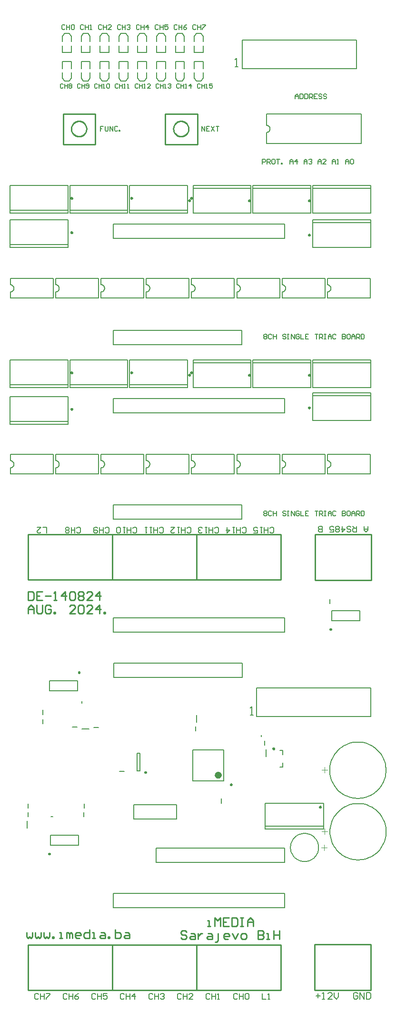
<source format=gto>
%FSDAX24Y24*%
%MOIN*%
%SFA1B1*%

%IPPOS*%
%ADD22C,0.010000*%
%ADD52C,0.007900*%
%ADD53C,0.009800*%
%ADD54C,0.023600*%
%ADD55C,0.008000*%
%ADD56C,0.001000*%
%LNde-140824-1*%
%LPD*%
G54D22*
X022682Y071050D02*
D01*
X022680Y071087*
X022676Y071124*
X022670Y071160*
X022661Y071196*
X022649Y071231*
X022636Y071266*
X022619Y071299*
X022601Y071331*
X022580Y071362*
X022557Y071391*
X022532Y071419*
X022505Y071445*
X022477Y071469*
X022447Y071491*
X022416Y071510*
X022383Y071528*
X022349Y071543*
X022314Y071555*
X022278Y071566*
X022242Y071573*
X022205Y071579*
X022168Y071581*
X022131*
X022094Y071579*
X022057Y071573*
X022021Y071566*
X021985Y071555*
X021950Y071543*
X021916Y071528*
X021884Y071510*
X021852Y071491*
X021822Y071469*
X021794Y071445*
X021767Y071419*
X021742Y071391*
X021719Y071362*
X021698Y071331*
X021680Y071299*
X021663Y071266*
X021650Y071231*
X021638Y071196*
X021629Y071160*
X021623Y071124*
X021619Y071087*
X021618Y071050*
X021619Y071012*
X021623Y070975*
X021629Y070939*
X021638Y070903*
X021650Y070868*
X021663Y070833*
X021680Y070800*
X021698Y070768*
X021719Y070737*
X021742Y070708*
X021767Y070680*
X021794Y070654*
X021822Y070630*
X021852Y070608*
X021884Y070589*
X021916Y070571*
X021950Y070556*
X021985Y070544*
X022021Y070533*
X022057Y070526*
X022094Y070520*
X022131Y070518*
X022168*
X022205Y070520*
X022242Y070526*
X022278Y070533*
X022314Y070544*
X022349Y070556*
X022383Y070571*
X022416Y070589*
X022447Y070608*
X022477Y070630*
X022505Y070654*
X022532Y070680*
X022557Y070708*
X022580Y070737*
X022601Y070768*
X022619Y070800*
X022636Y070833*
X022649Y070868*
X022661Y070903*
X022670Y070939*
X022676Y070975*
X022680Y071012*
X022682Y071050*
X015532D02*
D01*
X015530Y071087*
X015526Y071124*
X015520Y071160*
X015511Y071196*
X015499Y071231*
X015486Y071266*
X015469Y071299*
X015451Y071331*
X015430Y071362*
X015407Y071391*
X015382Y071419*
X015355Y071445*
X015327Y071469*
X015297Y071491*
X015266Y071510*
X015233Y071528*
X015199Y071543*
X015164Y071555*
X015128Y071566*
X015092Y071573*
X015055Y071579*
X015018Y071581*
X014981*
X014944Y071579*
X014907Y071573*
X014871Y071566*
X014835Y071555*
X014800Y071543*
X014766Y071528*
X014734Y071510*
X014702Y071491*
X014672Y071469*
X014644Y071445*
X014617Y071419*
X014592Y071391*
X014569Y071362*
X014548Y071331*
X014530Y071299*
X014513Y071266*
X014500Y071231*
X014488Y071196*
X014479Y071160*
X014473Y071124*
X014469Y071087*
X014468Y071050*
X014469Y071012*
X014473Y070975*
X014479Y070939*
X014488Y070903*
X014500Y070868*
X014513Y070833*
X014530Y070800*
X014548Y070768*
X014569Y070737*
X014592Y070708*
X014617Y070680*
X014644Y070654*
X014672Y070630*
X014702Y070608*
X014734Y070589*
X014766Y070571*
X014800Y070556*
X014835Y070544*
X014871Y070533*
X014907Y070526*
X014944Y070520*
X014981Y070518*
X015018*
X015055Y070520*
X015092Y070526*
X015128Y070533*
X015164Y070544*
X015199Y070556*
X015233Y070571*
X015266Y070589*
X015297Y070608*
X015327Y070630*
X015355Y070654*
X015382Y070680*
X015407Y070708*
X015430Y070737*
X015451Y070768*
X015469Y070800*
X015486Y070833*
X015499Y070868*
X015511Y070903*
X015520Y070939*
X015526Y070975*
X015530Y071012*
X015532Y071050*
X021050Y069950D02*
Y072100D01*
Y069950D02*
X023300D01*
Y072100*
X021050D02*
X023300D01*
X013900Y069950D02*
Y072100D01*
Y069950D02*
X016150D01*
Y072100*
X013900D02*
X016150D01*
X011447Y042675D02*
X017353D01*
X011447Y039525D02*
X017353D01*
Y042675*
X011447Y039525D02*
Y042675D01*
X017347D02*
X023253D01*
X017347Y039525D02*
X023253D01*
Y042675*
X017347Y039525D02*
Y042675D01*
X023247D02*
X029153D01*
X023247Y039525D02*
X029153D01*
Y042675*
X023247Y039525D02*
Y042675D01*
X031532D02*
X035468D01*
X031532Y039475D02*
Y042675D01*
X035468Y039475D02*
Y042675D01*
X031532Y039475D02*
X035468D01*
X029153Y010825D02*
Y013975D01*
X023247Y010825D02*
Y013975D01*
X029153*
X023247Y010825D02*
X029153D01*
X023253D02*
Y013975D01*
X017347Y010825D02*
Y013975D01*
X023253*
X017347Y010825D02*
X023253D01*
X017353D02*
Y013975D01*
X011447Y010825D02*
Y013975D01*
X017353*
X011447Y010825D02*
X017353D01*
X031516D02*
X035453D01*
Y014025*
X031516Y010825D02*
Y014025D01*
X035453*
X022550Y014900D02*
X022450Y015000D01*
X022250*
X022150Y014900*
Y014800*
X022250Y014700*
X022450*
X022550Y014600*
Y014500*
X022450Y014400*
X022250*
X022150Y014500*
X022850Y014800D02*
X023050D01*
X023150Y014700*
Y014400*
X022850*
X022750Y014500*
X022850Y014600*
X023150*
X023350Y014800D02*
Y014400D01*
Y014600*
X023450Y014700*
X023550Y014800*
X023650*
X024049D02*
X024249D01*
X024349Y014700*
Y014400*
X024049*
X023949Y014500*
X024049Y014600*
X024349*
X024549Y014200D02*
X024649D01*
X024749Y014300*
Y014800*
X025449Y014400D02*
X025249D01*
X025149Y014500*
Y014700*
X025249Y014800*
X025449*
X025549Y014700*
Y014600*
X025149*
X025749Y014800D02*
X025949Y014400D01*
X026149Y014800*
X026449Y014400D02*
X026649D01*
X026749Y014500*
Y014700*
X026649Y014800*
X026449*
X026349Y014700*
Y014500*
X026449Y014400*
X027548Y015000D02*
Y014400D01*
X027848*
X027948Y014500*
Y014600*
X027848Y014700*
X027548*
X027848*
X027948Y014800*
Y014900*
X027848Y015000*
X027548*
X028148Y014400D02*
X028348D01*
X028248*
Y014800*
X028148*
X028648Y015000D02*
Y014400D01*
Y014700*
X029048*
Y015000*
Y014400*
X011450Y037150D02*
Y037550D01*
X011650Y037750*
X011850Y037550*
Y037150*
Y037450*
X011450*
X012050Y037750D02*
Y037250D01*
X012150Y037150*
X012350*
X012450Y037250*
Y037750*
X013049Y037650D02*
X012950Y037750D01*
X012750*
X012650Y037650*
Y037250*
X012750Y037150*
X012950*
X013049Y037250*
Y037450*
X012850*
X013249Y037150D02*
Y037250D01*
X013349*
Y037150*
X013249*
X014749D02*
X014349D01*
X014749Y037550*
Y037650*
X014649Y037750*
X014449*
X014349Y037650*
X014949D02*
X015049Y037750D01*
X015249*
X015349Y037650*
Y037250*
X015249Y037150*
X015049*
X014949Y037250*
Y037650*
X015949Y037150D02*
X015549D01*
X015949Y037550*
Y037650*
X015849Y037750*
X015649*
X015549Y037650*
X016448Y037150D02*
Y037750D01*
X016148Y037450*
X016548*
X016748Y037150D02*
Y037250D01*
X016848*
Y037150*
X016748*
X011450Y038700D02*
Y038100D01*
X011750*
X011850Y038200*
Y038600*
X011750Y038700*
X011450*
X012450D02*
X012050D01*
Y038100*
X012450*
X012050Y038400D02*
X012250D01*
X012650D02*
X013049D01*
X013249Y038100D02*
X013449D01*
X013349*
Y038700*
X013249Y038600*
X014049Y038100D02*
Y038700D01*
X013749Y038400*
X014149*
X014349Y038600D02*
X014449Y038700D01*
X014649*
X014749Y038600*
Y038200*
X014649Y038100*
X014449*
X014349Y038200*
Y038600*
X014949D02*
X015049Y038700D01*
X015249*
X015349Y038600*
Y038500*
X015249Y038400*
X015349Y038300*
Y038200*
X015249Y038100*
X015049*
X014949Y038200*
Y038300*
X015049Y038400*
X014949Y038500*
Y038600*
X015049Y038400D02*
X015249D01*
X015949Y038100D02*
X015549D01*
X015949Y038500*
Y038600*
X015849Y038700*
X015649*
X015549Y038600*
X016448Y038100D02*
Y038700D01*
X016148Y038400*
X016548*
X011350Y014850D02*
Y014550D01*
X011450Y014450*
X011550Y014550*
X011650Y014450*
X011750Y014550*
Y014850*
X011950D02*
Y014550D01*
X012050Y014450*
X012150Y014550*
X012250Y014450*
X012350Y014550*
Y014850*
X012550D02*
Y014550D01*
X012650Y014450*
X012750Y014550*
X012850Y014450*
X012949Y014550*
Y014850*
X013149Y014450D02*
Y014550D01*
X013249*
Y014450*
X013149*
X013649D02*
X013849D01*
X013749*
Y014850*
X013649*
X014149Y014450D02*
Y014850D01*
X014249*
X014349Y014750*
Y014450*
Y014750*
X014449Y014850*
X014549Y014750*
Y014450*
X015049D02*
X014849D01*
X014749Y014550*
Y014750*
X014849Y014850*
X015049*
X015149Y014750*
Y014650*
X014749*
X015749Y015050D02*
Y014450D01*
X015449*
X015349Y014550*
Y014750*
X015449Y014850*
X015749*
X015949Y014450D02*
X016148D01*
X016048*
Y014850*
X015949*
X016548D02*
X016748D01*
X016848Y014750*
Y014450*
X016548*
X016448Y014550*
X016548Y014650*
X016848*
X017048Y014450D02*
Y014550D01*
X017148*
Y014450*
X017048*
X017548Y015050D02*
Y014450D01*
X017848*
X017948Y014550*
Y014650*
Y014750*
X017848Y014850*
X017548*
X018248D02*
X018448D01*
X018548Y014750*
Y014450*
X018248*
X018148Y014550*
X018248Y014650*
X018548*
X024000Y015300D02*
X024200D01*
X024100*
Y015700*
X024000*
X024500Y015300D02*
Y015900D01*
X024700Y015700*
X024900Y015900*
Y015300*
X025500Y015900D02*
X025100D01*
Y015300*
X025500*
X025100Y015600D02*
X025300D01*
X025699Y015900D02*
Y015300D01*
X025999*
X026099Y015400*
Y015800*
X025999Y015900*
X025699*
X026299D02*
X026499D01*
X026399*
Y015300*
X026299*
X026499*
X026799D02*
Y015700D01*
X026999Y015900*
X027199Y015700*
Y015300*
Y015600*
X026799*
G54D52*
X010200Y047350D02*
D01*
X010217Y047350*
X010234Y047352*
X010251Y047355*
X010268Y047359*
X010285Y047365*
X010301Y047371*
X010317Y047379*
X010332Y047387*
X010346Y047397*
X010360Y047408*
X010373Y047420*
X010385Y047432*
X010397Y047446*
X010407Y047460*
X010416Y047475*
X010424Y047490*
X010431Y047506*
X010437Y047522*
X010442Y047539*
X010446Y047556*
X010448Y047573*
X010449Y047591*
Y047608*
X010448Y047626*
X010446Y047643*
X010442Y047660*
X010437Y047677*
X010431Y047693*
X010424Y047709*
X010416Y047725*
X010407Y047739*
X010397Y047753*
X010385Y047767*
X010373Y047779*
X010360Y047791*
X010346Y047802*
X010332Y047812*
X010317Y047820*
X010301Y047828*
X010285Y047834*
X010268Y047840*
X010251Y047844*
X010234Y047847*
X010217Y047849*
X010200Y047850*
X013371Y047350D02*
D01*
X013388Y047350*
X013405Y047352*
X013422Y047355*
X013439Y047359*
X013456Y047365*
X013472Y047371*
X013488Y047379*
X013503Y047387*
X013517Y047397*
X013531Y047408*
X013544Y047420*
X013556Y047432*
X013568Y047446*
X013578Y047460*
X013587Y047475*
X013595Y047490*
X013602Y047506*
X013608Y047522*
X013613Y047539*
X013617Y047556*
X013619Y047573*
X013620Y047591*
Y047608*
X013619Y047626*
X013617Y047643*
X013613Y047660*
X013608Y047677*
X013602Y047693*
X013595Y047709*
X013587Y047725*
X013578Y047739*
X013568Y047753*
X013556Y047767*
X013544Y047779*
X013531Y047791*
X013517Y047802*
X013503Y047812*
X013488Y047820*
X013472Y047828*
X013456Y047834*
X013439Y047840*
X013422Y047844*
X013405Y047847*
X013388Y047849*
X013371Y047850*
X016543Y047350D02*
D01*
X016560Y047350*
X016577Y047352*
X016594Y047355*
X016611Y047359*
X016628Y047365*
X016644Y047371*
X016660Y047379*
X016675Y047387*
X016689Y047397*
X016703Y047408*
X016716Y047420*
X016728Y047432*
X016740Y047446*
X016750Y047460*
X016759Y047475*
X016767Y047490*
X016774Y047506*
X016780Y047522*
X016785Y047539*
X016789Y047556*
X016791Y047573*
X016792Y047591*
Y047608*
X016791Y047626*
X016789Y047643*
X016785Y047660*
X016780Y047677*
X016774Y047693*
X016767Y047709*
X016759Y047725*
X016750Y047739*
X016740Y047753*
X016728Y047767*
X016716Y047779*
X016703Y047791*
X016689Y047802*
X016675Y047812*
X016660Y047820*
X016644Y047828*
X016628Y047834*
X016611Y047840*
X016594Y047844*
X016577Y047847*
X016560Y047849*
X016543Y047850*
X019714Y047350D02*
D01*
X019731Y047350*
X019748Y047352*
X019765Y047355*
X019782Y047359*
X019799Y047365*
X019815Y047371*
X019831Y047379*
X019846Y047387*
X019860Y047397*
X019874Y047408*
X019887Y047420*
X019899Y047432*
X019911Y047446*
X019921Y047460*
X019930Y047475*
X019938Y047490*
X019945Y047506*
X019951Y047522*
X019956Y047539*
X019960Y047556*
X019962Y047573*
X019963Y047591*
Y047608*
X019962Y047626*
X019960Y047643*
X019956Y047660*
X019951Y047677*
X019945Y047693*
X019938Y047709*
X019930Y047725*
X019921Y047739*
X019911Y047753*
X019899Y047767*
X019887Y047779*
X019874Y047791*
X019860Y047802*
X019846Y047812*
X019831Y047820*
X019815Y047828*
X019799Y047834*
X019782Y047840*
X019765Y047844*
X019748Y047847*
X019731Y047849*
X019714Y047850*
X022886Y047350D02*
D01*
X022903Y047350*
X022920Y047352*
X022937Y047355*
X022954Y047359*
X022971Y047365*
X022987Y047371*
X023003Y047379*
X023018Y047387*
X023032Y047397*
X023046Y047408*
X023059Y047420*
X023071Y047432*
X023083Y047446*
X023093Y047460*
X023102Y047475*
X023110Y047490*
X023117Y047506*
X023123Y047522*
X023128Y047539*
X023132Y047556*
X023134Y047573*
X023135Y047591*
Y047608*
X023134Y047626*
X023132Y047643*
X023128Y047660*
X023123Y047677*
X023117Y047693*
X023110Y047709*
X023102Y047725*
X023093Y047739*
X023083Y047753*
X023071Y047767*
X023059Y047779*
X023046Y047791*
X023032Y047802*
X023018Y047812*
X023003Y047820*
X022987Y047828*
X022971Y047834*
X022954Y047840*
X022937Y047844*
X022920Y047847*
X022903Y047849*
X022886Y047850*
X026057Y047350D02*
D01*
X026074Y047350*
X026091Y047352*
X026108Y047355*
X026125Y047359*
X026142Y047365*
X026158Y047371*
X026174Y047379*
X026189Y047387*
X026203Y047397*
X026217Y047408*
X026230Y047420*
X026242Y047432*
X026254Y047446*
X026264Y047460*
X026273Y047475*
X026281Y047490*
X026288Y047506*
X026294Y047522*
X026299Y047539*
X026303Y047556*
X026305Y047573*
X026306Y047591*
Y047608*
X026305Y047626*
X026303Y047643*
X026299Y047660*
X026294Y047677*
X026288Y047693*
X026281Y047709*
X026273Y047725*
X026264Y047739*
X026254Y047753*
X026242Y047767*
X026230Y047779*
X026217Y047791*
X026203Y047802*
X026189Y047812*
X026174Y047820*
X026158Y047828*
X026142Y047834*
X026125Y047840*
X026108Y047844*
X026091Y047847*
X026074Y047849*
X026057Y047850*
X029229Y047350D02*
D01*
X029246Y047350*
X029263Y047352*
X029280Y047355*
X029297Y047359*
X029314Y047365*
X029330Y047371*
X029346Y047379*
X029361Y047387*
X029375Y047397*
X029389Y047408*
X029402Y047420*
X029414Y047432*
X029426Y047446*
X029436Y047460*
X029445Y047475*
X029453Y047490*
X029460Y047506*
X029466Y047522*
X029471Y047539*
X029475Y047556*
X029477Y047573*
X029478Y047591*
Y047608*
X029477Y047626*
X029475Y047643*
X029471Y047660*
X029466Y047677*
X029460Y047693*
X029453Y047709*
X029445Y047725*
X029436Y047739*
X029426Y047753*
X029414Y047767*
X029402Y047779*
X029389Y047791*
X029375Y047802*
X029361Y047812*
X029346Y047820*
X029330Y047828*
X029314Y047834*
X029297Y047840*
X029280Y047844*
X029263Y047847*
X029246Y047849*
X029229Y047850*
X032400Y047350D02*
D01*
X032417Y047350*
X032434Y047352*
X032451Y047355*
X032468Y047359*
X032485Y047365*
X032501Y047371*
X032517Y047379*
X032532Y047387*
X032546Y047397*
X032560Y047408*
X032573Y047420*
X032585Y047432*
X032597Y047446*
X032607Y047460*
X032616Y047475*
X032624Y047490*
X032631Y047506*
X032637Y047522*
X032642Y047539*
X032646Y047556*
X032648Y047573*
X032649Y047591*
Y047608*
X032648Y047626*
X032646Y047643*
X032642Y047660*
X032637Y047677*
X032631Y047693*
X032624Y047709*
X032616Y047725*
X032607Y047739*
X032597Y047753*
X032585Y047767*
X032573Y047779*
X032560Y047791*
X032546Y047802*
X032532Y047812*
X032517Y047820*
X032501Y047828*
X032485Y047834*
X032468Y047840*
X032451Y047844*
X032434Y047847*
X032417Y047849*
X032400Y047850*
X031784Y020800D02*
D01*
X031781Y020868*
X031774Y020936*
X031762Y021004*
X031745Y021071*
X031724Y021136*
X031698Y021200*
X031668Y021261*
X031634Y021321*
X031596Y021378*
X031553Y021432*
X031507Y021483*
X031458Y021531*
X031405Y021575*
X031350Y021615*
X031292Y021652*
X031231Y021684*
X031168Y021712*
X031104Y021735*
X031038Y021754*
X030970Y021769*
X030902Y021778*
X030834Y021783*
X030765*
X030697Y021778*
X030629Y021769*
X030561Y021754*
X030495Y021735*
X030431Y021712*
X030368Y021684*
X030308Y021652*
X030249Y021615*
X030194Y021575*
X030141Y021531*
X030092Y021483*
X030046Y021432*
X030003Y021378*
X029965Y021321*
X029931Y021261*
X029901Y021200*
X029875Y021136*
X029854Y021071*
X029837Y021004*
X029825Y020936*
X029818Y020868*
X029816Y020800*
X029818Y020731*
X029825Y020663*
X029837Y020595*
X029854Y020528*
X029875Y020463*
X029901Y020399*
X029931Y020338*
X029965Y020278*
X030003Y020221*
X030046Y020167*
X030092Y020116*
X030141Y020068*
X030194Y020024*
X030249Y019984*
X030308Y019947*
X030368Y019915*
X030431Y019887*
X030495Y019864*
X030561Y019845*
X030629Y019830*
X030697Y019821*
X030765Y019816*
X030834*
X030902Y019821*
X030970Y019830*
X031038Y019845*
X031104Y019864*
X031168Y019887*
X031231Y019915*
X031292Y019947*
X031350Y019984*
X031405Y020024*
X031458Y020068*
X031507Y020116*
X031553Y020167*
X031596Y020221*
X031634Y020278*
X031668Y020338*
X031698Y020399*
X031724Y020463*
X031745Y020528*
X031762Y020595*
X031774Y020663*
X031781Y020731*
X031784Y020800*
X036518Y021900D02*
D01*
X036513Y022037*
X036498Y022174*
X036474Y022309*
X036441Y022442*
X036399Y022573*
X036347Y022700*
X036287Y022824*
X036218Y022943*
X036141Y023057*
X036057Y023165*
X035965Y023267*
X035866Y023363*
X035761Y023451*
X035650Y023532*
X035533Y023605*
X035412Y023669*
X035286Y023725*
X035157Y023772*
X035025Y023810*
X034890Y023839*
X034754Y023858*
X034617Y023867*
X034480*
X034343Y023858*
X034207Y023839*
X034072Y023810*
X033940Y023772*
X033811Y023725*
X033685Y023669*
X033564Y023605*
X033447Y023532*
X033336Y023451*
X033231Y023363*
X033132Y023267*
X033040Y023165*
X032956Y023057*
X032879Y022943*
X032810Y022824*
X032750Y022700*
X032698Y022573*
X032656Y022442*
X032623Y022309*
X032599Y022174*
X032584Y022037*
X032580Y021900*
X032584Y021762*
X032599Y021625*
X032623Y021490*
X032656Y021357*
X032698Y021226*
X032750Y021099*
X032810Y020975*
X032879Y020856*
X032956Y020742*
X033040Y020634*
X033132Y020532*
X033231Y020436*
X033336Y020348*
X033447Y020267*
X033564Y020194*
X033685Y020130*
X033811Y020074*
X033940Y020027*
X034072Y019989*
X034207Y019960*
X034343Y019941*
X034480Y019932*
X034617*
X034754Y019941*
X034890Y019960*
X035025Y019989*
X035157Y020027*
X035286Y020074*
X035412Y020130*
X035533Y020194*
X035650Y020267*
X035761Y020348*
X035866Y020436*
X035965Y020532*
X036057Y020634*
X036141Y020742*
X036218Y020856*
X036287Y020975*
X036347Y021099*
X036399Y021226*
X036441Y021357*
X036474Y021490*
X036498Y021625*
X036513Y021762*
X036518Y021900*
X036503Y026200D02*
D01*
X036498Y026337*
X036483Y026474*
X036459Y026609*
X036426Y026742*
X036384Y026873*
X036332Y027000*
X036272Y027124*
X036203Y027243*
X036126Y027357*
X036042Y027465*
X035950Y027567*
X035851Y027663*
X035746Y027751*
X035635Y027832*
X035518Y027905*
X035397Y027969*
X035271Y028025*
X035142Y028072*
X035010Y028110*
X034875Y028139*
X034739Y028158*
X034602Y028167*
X034465*
X034328Y028158*
X034192Y028139*
X034057Y028110*
X033925Y028072*
X033796Y028025*
X033670Y027969*
X033549Y027905*
X033432Y027832*
X033321Y027751*
X033216Y027663*
X033117Y027567*
X033025Y027465*
X032941Y027357*
X032864Y027243*
X032795Y027124*
X032735Y027000*
X032683Y026873*
X032641Y026742*
X032608Y026609*
X032584Y026474*
X032569Y026337*
X032565Y026200*
X032569Y026062*
X032584Y025925*
X032608Y025790*
X032641Y025657*
X032683Y025526*
X032735Y025399*
X032795Y025275*
X032864Y025156*
X032941Y025042*
X033025Y024934*
X033117Y024832*
X033216Y024736*
X033321Y024648*
X033432Y024567*
X033549Y024494*
X033670Y024430*
X033796Y024374*
X033925Y024327*
X034057Y024289*
X034192Y024260*
X034328Y024241*
X034465Y024232*
X034602*
X034739Y024241*
X034875Y024260*
X035010Y024289*
X035142Y024327*
X035271Y024374*
X035397Y024430*
X035518Y024494*
X035635Y024567*
X035746Y024648*
X035851Y024736*
X035950Y024832*
X036042Y024934*
X036126Y025042*
X036203Y025156*
X036272Y025275*
X036332Y025399*
X036384Y025526*
X036426Y025657*
X036459Y025790*
X036483Y025925*
X036498Y026062*
X036503Y026200*
X028131Y070800D02*
D01*
X028148Y070800*
X028165Y070802*
X028182Y070805*
X028199Y070809*
X028216Y070815*
X028232Y070821*
X028248Y070829*
X028263Y070837*
X028277Y070847*
X028291Y070858*
X028304Y070870*
X028316Y070882*
X028328Y070896*
X028338Y070910*
X028347Y070925*
X028355Y070940*
X028362Y070956*
X028368Y070972*
X028373Y070989*
X028377Y071006*
X028379Y071023*
X028380Y071041*
Y071058*
X028379Y071076*
X028377Y071093*
X028373Y071110*
X028368Y071127*
X028362Y071143*
X028355Y071159*
X028347Y071175*
X028338Y071189*
X028328Y071203*
X028316Y071217*
X028304Y071229*
X028291Y071241*
X028277Y071252*
X028263Y071262*
X028248Y071270*
X028232Y071278*
X028216Y071284*
X028199Y071290*
X028182Y071294*
X028165Y071297*
X028148Y071299*
X028131Y071300*
X010200Y059650D02*
D01*
X010217Y059650*
X010234Y059652*
X010251Y059655*
X010268Y059659*
X010285Y059665*
X010301Y059671*
X010317Y059679*
X010332Y059687*
X010346Y059697*
X010360Y059708*
X010373Y059720*
X010385Y059732*
X010397Y059746*
X010407Y059760*
X010416Y059775*
X010424Y059790*
X010431Y059806*
X010437Y059822*
X010442Y059839*
X010446Y059856*
X010448Y059873*
X010449Y059891*
Y059908*
X010448Y059926*
X010446Y059943*
X010442Y059960*
X010437Y059977*
X010431Y059993*
X010424Y060009*
X010416Y060025*
X010407Y060039*
X010397Y060053*
X010385Y060067*
X010373Y060079*
X010360Y060091*
X010346Y060102*
X010332Y060112*
X010317Y060120*
X010301Y060128*
X010285Y060134*
X010268Y060140*
X010251Y060144*
X010234Y060147*
X010217Y060149*
X010200Y060150*
X013371Y059650D02*
D01*
X013388Y059650*
X013405Y059652*
X013422Y059655*
X013439Y059659*
X013456Y059665*
X013472Y059671*
X013488Y059679*
X013503Y059687*
X013517Y059697*
X013531Y059708*
X013544Y059720*
X013556Y059732*
X013568Y059746*
X013578Y059760*
X013587Y059775*
X013595Y059790*
X013602Y059806*
X013608Y059822*
X013613Y059839*
X013617Y059856*
X013619Y059873*
X013620Y059891*
Y059908*
X013619Y059926*
X013617Y059943*
X013613Y059960*
X013608Y059977*
X013602Y059993*
X013595Y060009*
X013587Y060025*
X013578Y060039*
X013568Y060053*
X013556Y060067*
X013544Y060079*
X013531Y060091*
X013517Y060102*
X013503Y060112*
X013488Y060120*
X013472Y060128*
X013456Y060134*
X013439Y060140*
X013422Y060144*
X013405Y060147*
X013388Y060149*
X013371Y060150*
X016543Y059650D02*
D01*
X016560Y059650*
X016577Y059652*
X016594Y059655*
X016611Y059659*
X016628Y059665*
X016644Y059671*
X016660Y059679*
X016675Y059687*
X016689Y059697*
X016703Y059708*
X016716Y059720*
X016728Y059732*
X016740Y059746*
X016750Y059760*
X016759Y059775*
X016767Y059790*
X016774Y059806*
X016780Y059822*
X016785Y059839*
X016789Y059856*
X016791Y059873*
X016792Y059891*
Y059908*
X016791Y059926*
X016789Y059943*
X016785Y059960*
X016780Y059977*
X016774Y059993*
X016767Y060009*
X016759Y060025*
X016750Y060039*
X016740Y060053*
X016728Y060067*
X016716Y060079*
X016703Y060091*
X016689Y060102*
X016675Y060112*
X016660Y060120*
X016644Y060128*
X016628Y060134*
X016611Y060140*
X016594Y060144*
X016577Y060147*
X016560Y060149*
X016543Y060150*
X019714Y059650D02*
D01*
X019731Y059650*
X019748Y059652*
X019765Y059655*
X019782Y059659*
X019799Y059665*
X019815Y059671*
X019831Y059679*
X019846Y059687*
X019860Y059697*
X019874Y059708*
X019887Y059720*
X019899Y059732*
X019911Y059746*
X019921Y059760*
X019930Y059775*
X019938Y059790*
X019945Y059806*
X019951Y059822*
X019956Y059839*
X019960Y059856*
X019962Y059873*
X019963Y059891*
Y059908*
X019962Y059926*
X019960Y059943*
X019956Y059960*
X019951Y059977*
X019945Y059993*
X019938Y060009*
X019930Y060025*
X019921Y060039*
X019911Y060053*
X019899Y060067*
X019887Y060079*
X019874Y060091*
X019860Y060102*
X019846Y060112*
X019831Y060120*
X019815Y060128*
X019799Y060134*
X019782Y060140*
X019765Y060144*
X019748Y060147*
X019731Y060149*
X019714Y060150*
X022886Y059650D02*
D01*
X022903Y059650*
X022920Y059652*
X022937Y059655*
X022954Y059659*
X022971Y059665*
X022987Y059671*
X023003Y059679*
X023018Y059687*
X023032Y059697*
X023046Y059708*
X023059Y059720*
X023071Y059732*
X023083Y059746*
X023093Y059760*
X023102Y059775*
X023110Y059790*
X023117Y059806*
X023123Y059822*
X023128Y059839*
X023132Y059856*
X023134Y059873*
X023135Y059891*
Y059908*
X023134Y059926*
X023132Y059943*
X023128Y059960*
X023123Y059977*
X023117Y059993*
X023110Y060009*
X023102Y060025*
X023093Y060039*
X023083Y060053*
X023071Y060067*
X023059Y060079*
X023046Y060091*
X023032Y060102*
X023018Y060112*
X023003Y060120*
X022987Y060128*
X022971Y060134*
X022954Y060140*
X022937Y060144*
X022920Y060147*
X022903Y060149*
X022886Y060150*
X026057Y059650D02*
D01*
X026074Y059650*
X026091Y059652*
X026108Y059655*
X026125Y059659*
X026142Y059665*
X026158Y059671*
X026174Y059679*
X026189Y059687*
X026203Y059697*
X026217Y059708*
X026230Y059720*
X026242Y059732*
X026254Y059746*
X026264Y059760*
X026273Y059775*
X026281Y059790*
X026288Y059806*
X026294Y059822*
X026299Y059839*
X026303Y059856*
X026305Y059873*
X026306Y059891*
Y059908*
X026305Y059926*
X026303Y059943*
X026299Y059960*
X026294Y059977*
X026288Y059993*
X026281Y060009*
X026273Y060025*
X026264Y060039*
X026254Y060053*
X026242Y060067*
X026230Y060079*
X026217Y060091*
X026203Y060102*
X026189Y060112*
X026174Y060120*
X026158Y060128*
X026142Y060134*
X026125Y060140*
X026108Y060144*
X026091Y060147*
X026074Y060149*
X026057Y060150*
X029229Y059650D02*
D01*
X029246Y059650*
X029263Y059652*
X029280Y059655*
X029297Y059659*
X029314Y059665*
X029330Y059671*
X029346Y059679*
X029361Y059687*
X029375Y059697*
X029389Y059708*
X029402Y059720*
X029414Y059732*
X029426Y059746*
X029436Y059760*
X029445Y059775*
X029453Y059790*
X029460Y059806*
X029466Y059822*
X029471Y059839*
X029475Y059856*
X029477Y059873*
X029478Y059891*
Y059908*
X029477Y059926*
X029475Y059943*
X029471Y059960*
X029466Y059977*
X029460Y059993*
X029453Y060009*
X029445Y060025*
X029436Y060039*
X029426Y060053*
X029414Y060067*
X029402Y060079*
X029389Y060091*
X029375Y060102*
X029361Y060112*
X029346Y060120*
X029330Y060128*
X029314Y060134*
X029297Y060140*
X029280Y060144*
X029263Y060147*
X029246Y060149*
X029229Y060150*
X032400Y059650D02*
D01*
X032417Y059650*
X032434Y059652*
X032451Y059655*
X032468Y059659*
X032485Y059665*
X032501Y059671*
X032517Y059679*
X032532Y059687*
X032546Y059697*
X032560Y059708*
X032573Y059720*
X032585Y059732*
X032597Y059746*
X032607Y059760*
X032616Y059775*
X032624Y059790*
X032631Y059806*
X032637Y059822*
X032642Y059839*
X032646Y059856*
X032648Y059873*
X032649Y059891*
Y059908*
X032648Y059926*
X032646Y059943*
X032642Y059960*
X032637Y059977*
X032631Y059993*
X032624Y060009*
X032616Y060025*
X032607Y060039*
X032597Y060053*
X032585Y060067*
X032573Y060079*
X032560Y060091*
X032546Y060102*
X032532Y060112*
X032517Y060120*
X032501Y060128*
X032485Y060134*
X032468Y060140*
X032451Y060144*
X032434Y060147*
X032417Y060149*
X032400Y060150*
X010200Y046921D02*
X013200D01*
Y048279*
X010200D02*
X013200D01*
X010200Y047850D02*
Y048279D01*
Y046921D02*
Y047350D01*
X010172Y050598D02*
X014228D01*
X010172Y050401D02*
X014228D01*
X010172Y052330D02*
X014228D01*
X010172Y050401D02*
Y052330D01*
X014228Y050401D02*
Y052330D01*
X013371Y046921D02*
X016371D01*
Y048279*
X013371D02*
X016371D01*
X013371Y047850D02*
Y048279D01*
Y046921D02*
Y047350D01*
X010172Y053148D02*
X014228D01*
X010172Y052951D02*
X014228D01*
X010172Y054880D02*
X014228D01*
X010172Y052951D02*
Y054880D01*
X014228Y052951D02*
Y054880D01*
X016543Y046921D02*
X019543D01*
Y048279*
X016543D02*
X019543D01*
X016543Y047850D02*
Y048279D01*
Y046921D02*
Y047350D01*
X014363Y053148D02*
X018418D01*
X014363Y052951D02*
X018418D01*
X014363Y054880D02*
X018418D01*
X014363Y052951D02*
Y054880D01*
X018418Y052951D02*
Y054880D01*
X017400Y044750D02*
X026400D01*
X017400Y043750D02*
Y044750D01*
Y043750D02*
X026400D01*
Y044750*
X019714Y046921D02*
X022714D01*
Y048279*
X019714D02*
X022714D01*
X019714Y047850D02*
Y048279D01*
Y046921D02*
Y047350D01*
X018554Y053148D02*
X022609D01*
X018554Y052951D02*
X022609D01*
X018554Y054880D02*
X022609D01*
X018554Y052951D02*
Y054880D01*
X022609Y052951D02*
Y054880D01*
X022886Y046921D02*
X025886D01*
Y048279*
X022886D02*
X025886D01*
X022886Y047850D02*
Y048279D01*
Y046921D02*
Y047350D01*
X022991Y054683D02*
X027046D01*
X022991Y054880D02*
X027046D01*
X022991Y052951D02*
X027046D01*
Y054880*
X022991Y052951D02*
Y054880D01*
X026057Y046921D02*
X029057D01*
Y048279*
X026057D02*
X029057D01*
X026057Y047850D02*
Y048279D01*
Y046921D02*
Y047350D01*
X027182Y054683D02*
X031237D01*
X027182Y054880D02*
X031237D01*
X027182Y052951D02*
X031237D01*
Y054880*
X027182Y052951D02*
Y054880D01*
X029229Y046921D02*
X032229D01*
Y048279*
X029229D02*
X032229D01*
X029229Y047850D02*
Y048279D01*
Y046921D02*
Y047350D01*
X031372Y054683D02*
X035428D01*
X031372Y054880D02*
X035428D01*
X031372Y052951D02*
X035428D01*
Y054880*
X031372Y052951D02*
Y054880D01*
X032400Y046921D02*
X035400D01*
Y048279*
X032400D02*
X035400D01*
X032400Y047850D02*
Y048279D01*
Y046921D02*
Y047350D01*
X031372Y052402D02*
X035428D01*
X031372Y052599D02*
X035428D01*
X031372Y050670D02*
X035428D01*
Y052599*
X031372Y050670D02*
Y052599D01*
X019115Y075267D02*
Y075739D01*
X019745Y075267D02*
Y075739D01*
X019115D02*
X019745D01*
X019273Y074400D02*
X019587D01*
X019115Y074597D02*
Y074991D01*
X019587Y074400D02*
X019745Y074597D01*
X019115D02*
X019273Y074400D01*
X019745Y074597D02*
Y074991D01*
X013835Y075267D02*
Y075739D01*
X014465Y075267D02*
Y075739D01*
X013835D02*
X014465D01*
X013993Y074400D02*
X014307D01*
X013835Y074597D02*
Y074991D01*
X014307Y074400D02*
X014465Y074597D01*
X013835D02*
X013993Y074400D01*
X014465Y074597D02*
Y074991D01*
Y076394D02*
Y076867D01*
X013835Y076394D02*
Y076867D01*
Y076394D02*
X014465D01*
X013993Y077733D02*
X014307D01*
X014465Y077143D02*
Y077536D01*
X013835D02*
X013993Y077733D01*
X014307D02*
X014465Y077536D01*
X013835Y077143D02*
Y077536D01*
X020435Y075267D02*
Y075739D01*
X021065Y075267D02*
Y075739D01*
X020435D02*
X021065D01*
X020593Y074400D02*
X020907D01*
X020435Y074597D02*
Y074991D01*
X020907Y074400D02*
X021065Y074597D01*
X020435D02*
X020593Y074400D01*
X021065Y074597D02*
Y074991D01*
X015155Y075267D02*
Y075739D01*
X015785Y075267D02*
Y075739D01*
X015155D02*
X015785D01*
X015313Y074400D02*
X015627D01*
X015155Y074597D02*
Y074991D01*
X015627Y074400D02*
X015785Y074597D01*
X015155D02*
X015313Y074400D01*
X015785Y074597D02*
Y074991D01*
X021065Y076394D02*
Y076867D01*
X020435Y076394D02*
Y076867D01*
Y076394D02*
X021065D01*
X020593Y077733D02*
X020907D01*
X021065Y077143D02*
Y077536D01*
X020435D02*
X020593Y077733D01*
X020907D02*
X021065Y077536D01*
X020435Y077143D02*
Y077536D01*
X015785Y076394D02*
Y076867D01*
X015155Y076394D02*
Y076867D01*
Y076394D02*
X015785D01*
X015313Y077733D02*
X015627D01*
X015785Y077143D02*
Y077536D01*
X015155D02*
X015313Y077733D01*
X015627D02*
X015785Y077536D01*
X015155Y077143D02*
Y077536D01*
X021755Y075267D02*
Y075739D01*
X022385Y075267D02*
Y075739D01*
X021755D02*
X022385D01*
X021913Y074400D02*
X022227D01*
X021755Y074597D02*
Y074991D01*
X022227Y074400D02*
X022385Y074597D01*
X021755D02*
X021913Y074400D01*
X022385Y074597D02*
Y074991D01*
X016475Y075267D02*
Y075739D01*
X017105Y075267D02*
Y075739D01*
X016475D02*
X017105D01*
X016633Y074400D02*
X016947D01*
X016475Y074597D02*
Y074991D01*
X016947Y074400D02*
X017105Y074597D01*
X016475D02*
X016633Y074400D01*
X017105Y074597D02*
Y074991D01*
Y076394D02*
Y076867D01*
X016475Y076394D02*
Y076867D01*
Y076394D02*
X017105D01*
X016633Y077733D02*
X016947D01*
X017105Y077143D02*
Y077536D01*
X016475D02*
X016633Y077733D01*
X016947D02*
X017105Y077536D01*
X016475Y077143D02*
Y077536D01*
X023075Y075267D02*
Y075739D01*
X023705Y075267D02*
Y075739D01*
X023075D02*
X023705D01*
X023233Y074400D02*
X023547D01*
X023075Y074597D02*
Y074991D01*
X023547Y074400D02*
X023705Y074597D01*
X023075D02*
X023233Y074400D01*
X023705Y074597D02*
Y074991D01*
X017795Y075267D02*
Y075739D01*
X018425Y075267D02*
Y075739D01*
X017795D02*
X018425D01*
X017953Y074400D02*
X018267D01*
X017795Y074597D02*
Y074991D01*
X018267Y074400D02*
X018425Y074597D01*
X017795D02*
X017953Y074400D01*
X018425Y074597D02*
Y074991D01*
X023705Y076394D02*
Y076867D01*
X023075Y076394D02*
Y076867D01*
Y076394D02*
X023705D01*
X023233Y077733D02*
X023547D01*
X023705Y077143D02*
Y077536D01*
X023075D02*
X023233Y077733D01*
X023547D02*
X023705Y077536D01*
X023075Y077143D02*
Y077536D01*
X018425Y076394D02*
Y076867D01*
X017795Y076394D02*
Y076867D01*
Y076394D02*
X018425D01*
X017953Y077733D02*
X018267D01*
X018425Y077143D02*
Y077536D01*
X017795D02*
X017953Y077733D01*
X018267D02*
X018425Y077536D01*
X017795Y077143D02*
Y077536D01*
X017450Y033700D02*
X026450D01*
X017450Y032700D02*
Y033700D01*
Y032700D02*
X026450D01*
Y033700*
X020400Y019750D02*
X029400D01*
Y020750*
X020400D02*
X029400D01*
X020400Y019750D02*
Y020750D01*
X015217Y030891D02*
Y031009D01*
X016043Y029181D02*
X016357D01*
X014543Y029231D02*
X014857D01*
X015194Y029102D02*
X015706D01*
X012935Y032454D02*
X014904D01*
X012935Y031746D02*
X014904D01*
Y032454*
X012935Y031746D02*
Y032454D01*
X012481Y029443D02*
Y029757D01*
Y030093D02*
Y030407D01*
X023248Y029544D02*
Y030056D01*
X024981Y023893D02*
Y024207D01*
X023169Y028943D02*
Y029257D01*
X028098Y027144D02*
Y027656D01*
X028019Y027943D02*
Y028257D01*
X032569Y037843D02*
Y038157D01*
X017843Y026131D02*
X018157D01*
X011378Y022144D02*
Y022656D01*
X011431Y022943D02*
Y023257D01*
Y023543D02*
Y023857D01*
X015335Y022943D02*
Y023257D01*
X015369Y023543D02*
Y023857D01*
X014228Y062751D02*
Y064680D01*
X010172Y062751D02*
Y064680D01*
X014228*
X010172Y062751D02*
X014228D01*
X010172Y062948D02*
X014228D01*
Y065151D02*
Y067080D01*
X010172Y065151D02*
Y067080D01*
X014228*
X010172Y065151D02*
X014228D01*
X010172Y065348D02*
X014228D01*
X018418Y065151D02*
Y067080D01*
X014363Y065151D02*
Y067080D01*
X018418*
X014363Y065151D02*
X018418D01*
X014363Y065348D02*
X018418D01*
X022609Y065151D02*
Y067080D01*
X018554Y065151D02*
Y067080D01*
X022609*
X018554Y065151D02*
X022609D01*
X018554Y065348D02*
X022609D01*
X022991Y065151D02*
Y067080D01*
X027046Y065151D02*
Y067080D01*
X022991Y065151D02*
X027046D01*
X022991Y067080D02*
X027046D01*
X022991Y066883D02*
X027046D01*
X027182Y065151D02*
Y067080D01*
X031237Y065151D02*
Y067080D01*
X027182Y065151D02*
X031237D01*
X027182Y067080D02*
X031237D01*
X027182Y066883D02*
X031237D01*
X031372Y065151D02*
Y067080D01*
X035428Y065151D02*
Y067080D01*
X031372Y065151D02*
X035428D01*
X031372Y067080D02*
X035428D01*
X031372Y066883D02*
X035428D01*
X019745Y076394D02*
Y076867D01*
X019115Y076394D02*
Y076867D01*
Y076394D02*
X019745D01*
X019273Y077733D02*
X019587D01*
X019745Y077143D02*
Y077536D01*
X019115D02*
X019273Y077733D01*
X019587D02*
X019745Y077536D01*
X019115Y077143D02*
Y077536D01*
X031372Y062751D02*
Y064680D01*
X035428Y062751D02*
Y064680D01*
X031372Y062751D02*
X035428D01*
X031372Y064680D02*
X035428D01*
X031372Y064483D02*
X035428D01*
X022385Y076394D02*
Y076867D01*
X021755Y076394D02*
Y076867D01*
Y076394D02*
X022385D01*
X021913Y077733D02*
X022227D01*
X022385Y077143D02*
Y077536D01*
X021755D02*
X021913Y077733D01*
X022227D02*
X022385Y077536D01*
X021755Y077143D02*
Y077536D01*
X027783Y028541D02*
Y028659D01*
X013041Y022967D02*
X013159D01*
X018850Y023800D02*
X021850D01*
X018850Y022800D02*
Y023800D01*
Y022800D02*
X021850D01*
Y023800*
X017400Y016600D02*
X028650D01*
X029400*
Y017600*
X017400D02*
X029400D01*
X017400Y016600D02*
Y017600D01*
X018150Y036850D02*
X029400D01*
X017400D02*
X018150D01*
X017400Y035850D02*
Y036850D01*
Y035850D02*
X029400D01*
Y036850*
X027450Y031950D02*
X035450D01*
X027450Y029950D02*
X035450D01*
X027450D02*
Y031950D01*
X035450Y029950D02*
Y031950D01*
X017400Y056950D02*
X026400D01*
X017400Y055950D02*
Y056950D01*
Y055950D02*
X026400D01*
Y056950*
X018150Y064400D02*
X029400D01*
X017400D02*
X018150D01*
X017400Y063400D02*
Y064400D01*
Y063400D02*
X029400D01*
Y064400*
X018150Y052200D02*
X029400D01*
X017400D02*
X018150D01*
X017400Y051200D02*
Y052200D01*
Y051200D02*
X029400D01*
Y052200*
X026450Y077250D02*
X034450D01*
X026450Y075250D02*
X034450D01*
X026450D02*
Y077250D01*
X034450Y075250D02*
Y077250D01*
X028131Y072093D02*
X034761D01*
X028131Y070007D02*
X034761D01*
Y072093*
X028131Y071300D02*
Y072093D01*
Y070007D02*
Y070800D01*
X022967Y027633D02*
X025133D01*
X022967Y025467D02*
X025133D01*
X022967D02*
Y027633D01*
X025133Y025467D02*
Y027633D01*
X032716Y036646D02*
X034684D01*
X032716Y037354D02*
X034684D01*
X032716Y036646D02*
Y037354D01*
X034684Y036646D02*
Y037354D01*
X019074Y026164D02*
X019271D01*
X019074Y027384D02*
X019271D01*
Y026164D02*
Y027384D01*
X019074Y026164D02*
Y027384D01*
X029079Y027591D02*
X029276D01*
Y027276D02*
Y027591D01*
X029079Y026409D02*
X029276D01*
Y026724*
X014984Y020946D02*
Y021654D01*
X013016Y020946D02*
Y021654D01*
X014984*
X013016Y020946D02*
X014984D01*
X028053Y022275D02*
X032147D01*
Y022078D02*
Y023889D01*
X028053D02*
X032147D01*
X028053Y022078D02*
Y023889D01*
Y022078D02*
X032147D01*
X010200Y059221D02*
Y059650D01*
Y060150D02*
Y060579D01*
X013200*
Y059221D02*
Y060579D01*
X010200Y059221D02*
X013200D01*
X013371D02*
Y059650D01*
Y060150D02*
Y060579D01*
X016371*
Y059221D02*
Y060579D01*
X013371Y059221D02*
X016371D01*
X016543D02*
Y059650D01*
Y060150D02*
Y060579D01*
X019543*
Y059221D02*
Y060579D01*
X016543Y059221D02*
X019543D01*
X019714D02*
Y059650D01*
Y060150D02*
Y060579D01*
X022714*
Y059221D02*
Y060579D01*
X019714Y059221D02*
X022714D01*
X022886D02*
Y059650D01*
Y060150D02*
Y060579D01*
X025886*
Y059221D02*
Y060579D01*
X022886Y059221D02*
X025886D01*
X026057D02*
Y059650D01*
Y060150D02*
Y060579D01*
X029057*
Y059221D02*
Y060579D01*
X026057Y059221D02*
X029057D01*
X029229D02*
Y059650D01*
Y060150D02*
Y060579D01*
X032229*
Y059221D02*
Y060579D01*
X029229Y059221D02*
X032229D01*
X032400D02*
Y059650D01*
Y060150D02*
Y060579D01*
X035400*
Y059221D02*
Y060579D01*
X032400Y059221D02*
X035400D01*
G54D53*
X014533Y051450D02*
D01*
X014532Y051453*
X014532Y051456*
X014531Y051460*
X014531Y051463*
X014530Y051466*
X014528Y051469*
X014527Y051473*
X014525Y051475*
X014523Y051478*
X014521Y051481*
X014519Y051484*
X014516Y051486*
X014514Y051488*
X014511Y051490*
X014508Y051492*
X014505Y051494*
X014502Y051495*
X014499Y051496*
X014495Y051497*
X014492Y051498*
X014489Y051498*
X014485Y051498*
X014482*
X014478Y051498*
X014475Y051498*
X014472Y051497*
X014468Y051496*
X014465Y051495*
X014462Y051494*
X014459Y051492*
X014456Y051490*
X014453Y051488*
X014451Y051486*
X014448Y051484*
X014446Y051481*
X014444Y051478*
X014442Y051475*
X014440Y051473*
X014439Y051469*
X014437Y051466*
X014436Y051463*
X014436Y051460*
X014435Y051456*
X014435Y051453*
X014435Y051450*
X014435Y051446*
X014435Y051443*
X014436Y051439*
X014436Y051436*
X014437Y051433*
X014439Y051430*
X014440Y051426*
X014442Y051424*
X014444Y051421*
X014446Y051418*
X014448Y051415*
X014451Y051413*
X014453Y051411*
X014456Y051409*
X014459Y051407*
X014462Y051405*
X014465Y051404*
X014468Y051403*
X014472Y051402*
X014475Y051401*
X014478Y051401*
X014482Y051401*
X014485*
X014489Y051401*
X014492Y051401*
X014495Y051402*
X014499Y051403*
X014502Y051404*
X014505Y051405*
X014508Y051407*
X014511Y051409*
X014514Y051411*
X014516Y051413*
X014519Y051415*
X014521Y051418*
X014523Y051421*
X014525Y051424*
X014527Y051426*
X014528Y051430*
X014530Y051433*
X014531Y051436*
X014531Y051439*
X014532Y051443*
X014532Y051446*
X014533Y051450*
Y054000D02*
D01*
X014532Y054003*
X014532Y054006*
X014531Y054010*
X014531Y054013*
X014530Y054016*
X014528Y054019*
X014527Y054023*
X014525Y054025*
X014523Y054028*
X014521Y054031*
X014519Y054034*
X014516Y054036*
X014514Y054038*
X014511Y054040*
X014508Y054042*
X014505Y054044*
X014502Y054045*
X014499Y054046*
X014495Y054047*
X014492Y054048*
X014489Y054048*
X014485Y054048*
X014482*
X014478Y054048*
X014475Y054048*
X014472Y054047*
X014468Y054046*
X014465Y054045*
X014462Y054044*
X014459Y054042*
X014456Y054040*
X014453Y054038*
X014451Y054036*
X014448Y054034*
X014446Y054031*
X014444Y054028*
X014442Y054025*
X014440Y054023*
X014439Y054019*
X014437Y054016*
X014436Y054013*
X014436Y054010*
X014435Y054006*
X014435Y054003*
X014435Y054000*
X014435Y053996*
X014435Y053993*
X014436Y053989*
X014436Y053986*
X014437Y053983*
X014439Y053980*
X014440Y053976*
X014442Y053974*
X014444Y053971*
X014446Y053968*
X014448Y053965*
X014451Y053963*
X014453Y053961*
X014456Y053959*
X014459Y053957*
X014462Y053955*
X014465Y053954*
X014468Y053953*
X014472Y053952*
X014475Y053951*
X014478Y053951*
X014482Y053951*
X014485*
X014489Y053951*
X014492Y053951*
X014495Y053952*
X014499Y053953*
X014502Y053954*
X014505Y053955*
X014508Y053957*
X014511Y053959*
X014514Y053961*
X014516Y053963*
X014519Y053965*
X014521Y053968*
X014523Y053971*
X014525Y053974*
X014527Y053976*
X014528Y053980*
X014530Y053983*
X014531Y053986*
X014531Y053989*
X014532Y053993*
X014532Y053996*
X014533Y054000*
X018723D02*
D01*
X018722Y054003*
X018722Y054006*
X018721Y054010*
X018721Y054013*
X018720Y054016*
X018718Y054019*
X018717Y054023*
X018715Y054025*
X018713Y054028*
X018711Y054031*
X018709Y054034*
X018706Y054036*
X018704Y054038*
X018701Y054040*
X018698Y054042*
X018695Y054044*
X018692Y054045*
X018689Y054046*
X018685Y054047*
X018682Y054048*
X018679Y054048*
X018675Y054048*
X018672*
X018668Y054048*
X018665Y054048*
X018662Y054047*
X018658Y054046*
X018655Y054045*
X018652Y054044*
X018649Y054042*
X018646Y054040*
X018643Y054038*
X018641Y054036*
X018638Y054034*
X018636Y054031*
X018634Y054028*
X018632Y054025*
X018630Y054023*
X018629Y054019*
X018627Y054016*
X018626Y054013*
X018626Y054010*
X018625Y054006*
X018625Y054003*
X018625Y054000*
X018625Y053996*
X018625Y053993*
X018626Y053989*
X018626Y053986*
X018627Y053983*
X018629Y053980*
X018630Y053976*
X018632Y053974*
X018634Y053971*
X018636Y053968*
X018638Y053965*
X018641Y053963*
X018643Y053961*
X018646Y053959*
X018649Y053957*
X018652Y053955*
X018655Y053954*
X018658Y053953*
X018662Y053952*
X018665Y053951*
X018668Y053951*
X018672Y053951*
X018675*
X018679Y053951*
X018682Y053951*
X018685Y053952*
X018689Y053953*
X018692Y053954*
X018695Y053955*
X018698Y053957*
X018701Y053959*
X018704Y053961*
X018706Y053963*
X018709Y053965*
X018711Y053968*
X018713Y053971*
X018715Y053974*
X018717Y053976*
X018718Y053980*
X018720Y053983*
X018721Y053986*
X018721Y053989*
X018722Y053993*
X018722Y053996*
X018723Y054000*
X022914D02*
D01*
X022913Y054003*
X022913Y054006*
X022912Y054010*
X022912Y054013*
X022911Y054016*
X022909Y054019*
X022908Y054023*
X022906Y054025*
X022904Y054028*
X022902Y054031*
X022900Y054034*
X022897Y054036*
X022895Y054038*
X022892Y054040*
X022889Y054042*
X022886Y054044*
X022883Y054045*
X022880Y054046*
X022876Y054047*
X022873Y054048*
X022870Y054048*
X022866Y054048*
X022863*
X022859Y054048*
X022856Y054048*
X022853Y054047*
X022849Y054046*
X022846Y054045*
X022843Y054044*
X022840Y054042*
X022837Y054040*
X022834Y054038*
X022832Y054036*
X022829Y054034*
X022827Y054031*
X022825Y054028*
X022823Y054025*
X022821Y054023*
X022820Y054019*
X022818Y054016*
X022817Y054013*
X022817Y054010*
X022816Y054006*
X022816Y054003*
X022816Y054000*
X022816Y053996*
X022816Y053993*
X022817Y053989*
X022817Y053986*
X022818Y053983*
X022820Y053980*
X022821Y053976*
X022823Y053974*
X022825Y053971*
X022827Y053968*
X022829Y053965*
X022832Y053963*
X022834Y053961*
X022837Y053959*
X022840Y053957*
X022843Y053955*
X022846Y053954*
X022849Y053953*
X022853Y053952*
X022856Y053951*
X022859Y053951*
X022863Y053951*
X022866*
X022870Y053951*
X022873Y053951*
X022876Y053952*
X022880Y053953*
X022883Y053954*
X022886Y053955*
X022889Y053957*
X022892Y053959*
X022895Y053961*
X022897Y053963*
X022900Y053965*
X022902Y053968*
X022904Y053971*
X022906Y053974*
X022908Y053976*
X022909Y053980*
X022911Y053983*
X022912Y053986*
X022912Y053989*
X022913Y053993*
X022913Y053996*
X022914Y054000*
X022784Y053831D02*
D01*
X022783Y053834*
X022783Y053837*
X022782Y053841*
X022782Y053844*
X022781Y053847*
X022779Y053850*
X022778Y053854*
X022776Y053856*
X022774Y053859*
X022772Y053862*
X022770Y053865*
X022767Y053867*
X022765Y053869*
X022762Y053871*
X022759Y053873*
X022756Y053875*
X022753Y053876*
X022750Y053877*
X022746Y053878*
X022743Y053879*
X022740Y053879*
X022736Y053879*
X022733*
X022729Y053879*
X022726Y053879*
X022723Y053878*
X022719Y053877*
X022716Y053876*
X022713Y053875*
X022710Y053873*
X022707Y053871*
X022704Y053869*
X022702Y053867*
X022699Y053865*
X022697Y053862*
X022695Y053859*
X022693Y053856*
X022691Y053854*
X022690Y053850*
X022688Y053847*
X022687Y053844*
X022687Y053841*
X022686Y053837*
X022686Y053834*
X022686Y053831*
X022686Y053827*
X022686Y053824*
X022687Y053820*
X022687Y053817*
X022688Y053814*
X022690Y053811*
X022691Y053807*
X022693Y053805*
X022695Y053802*
X022697Y053799*
X022699Y053796*
X022702Y053794*
X022704Y053792*
X022707Y053790*
X022710Y053788*
X022713Y053786*
X022716Y053785*
X022719Y053784*
X022723Y053783*
X022726Y053782*
X022729Y053782*
X022733Y053782*
X022736*
X022740Y053782*
X022743Y053782*
X022746Y053783*
X022750Y053784*
X022753Y053785*
X022756Y053786*
X022759Y053788*
X022762Y053790*
X022765Y053792*
X022767Y053794*
X022770Y053796*
X022772Y053799*
X022774Y053802*
X022776Y053805*
X022778Y053807*
X022779Y053811*
X022781Y053814*
X022782Y053817*
X022782Y053820*
X022783Y053824*
X022783Y053827*
X022784Y053831*
X026975D02*
D01*
X026974Y053834*
X026974Y053837*
X026973Y053841*
X026973Y053844*
X026972Y053847*
X026970Y053850*
X026969Y053854*
X026967Y053856*
X026965Y053859*
X026963Y053862*
X026961Y053865*
X026958Y053867*
X026956Y053869*
X026953Y053871*
X026950Y053873*
X026947Y053875*
X026944Y053876*
X026941Y053877*
X026937Y053878*
X026934Y053879*
X026931Y053879*
X026927Y053879*
X026924*
X026920Y053879*
X026917Y053879*
X026914Y053878*
X026910Y053877*
X026907Y053876*
X026904Y053875*
X026901Y053873*
X026898Y053871*
X026895Y053869*
X026893Y053867*
X026890Y053865*
X026888Y053862*
X026886Y053859*
X026884Y053856*
X026882Y053854*
X026881Y053850*
X026879Y053847*
X026878Y053844*
X026878Y053841*
X026877Y053837*
X026877Y053834*
X026877Y053831*
X026877Y053827*
X026877Y053824*
X026878Y053820*
X026878Y053817*
X026879Y053814*
X026881Y053811*
X026882Y053807*
X026884Y053805*
X026886Y053802*
X026888Y053799*
X026890Y053796*
X026893Y053794*
X026895Y053792*
X026898Y053790*
X026901Y053788*
X026904Y053786*
X026907Y053785*
X026910Y053784*
X026914Y053783*
X026917Y053782*
X026920Y053782*
X026924Y053782*
X026927*
X026931Y053782*
X026934Y053782*
X026937Y053783*
X026941Y053784*
X026944Y053785*
X026947Y053786*
X026950Y053788*
X026953Y053790*
X026956Y053792*
X026958Y053794*
X026961Y053796*
X026963Y053799*
X026965Y053802*
X026967Y053805*
X026969Y053807*
X026970Y053811*
X026972Y053814*
X026973Y053817*
X026973Y053820*
X026974Y053824*
X026974Y053827*
X026975Y053831*
X031166D02*
D01*
X031165Y053834*
X031165Y053837*
X031164Y053841*
X031164Y053844*
X031163Y053847*
X031161Y053850*
X031160Y053854*
X031158Y053856*
X031156Y053859*
X031154Y053862*
X031152Y053865*
X031149Y053867*
X031147Y053869*
X031144Y053871*
X031141Y053873*
X031138Y053875*
X031135Y053876*
X031132Y053877*
X031128Y053878*
X031125Y053879*
X031122Y053879*
X031118Y053879*
X031115*
X031111Y053879*
X031108Y053879*
X031105Y053878*
X031101Y053877*
X031098Y053876*
X031095Y053875*
X031092Y053873*
X031089Y053871*
X031086Y053869*
X031084Y053867*
X031081Y053865*
X031079Y053862*
X031077Y053859*
X031075Y053856*
X031073Y053854*
X031072Y053850*
X031070Y053847*
X031069Y053844*
X031069Y053841*
X031068Y053837*
X031068Y053834*
X031068Y053831*
X031068Y053827*
X031068Y053824*
X031069Y053820*
X031069Y053817*
X031070Y053814*
X031072Y053811*
X031073Y053807*
X031075Y053805*
X031077Y053802*
X031079Y053799*
X031081Y053796*
X031084Y053794*
X031086Y053792*
X031089Y053790*
X031092Y053788*
X031095Y053786*
X031098Y053785*
X031101Y053784*
X031105Y053783*
X031108Y053782*
X031111Y053782*
X031115Y053782*
X031118*
X031122Y053782*
X031125Y053782*
X031128Y053783*
X031132Y053784*
X031135Y053785*
X031138Y053786*
X031141Y053788*
X031144Y053790*
X031147Y053792*
X031149Y053794*
X031152Y053796*
X031154Y053799*
X031156Y053802*
X031158Y053805*
X031160Y053807*
X031161Y053811*
X031163Y053814*
X031164Y053817*
X031164Y053820*
X031165Y053824*
X031165Y053827*
X031166Y053831*
Y051550D02*
D01*
X031165Y051553*
X031165Y051556*
X031164Y051560*
X031164Y051563*
X031163Y051566*
X031161Y051569*
X031160Y051573*
X031158Y051575*
X031156Y051578*
X031154Y051581*
X031152Y051584*
X031149Y051586*
X031147Y051588*
X031144Y051590*
X031141Y051592*
X031138Y051594*
X031135Y051595*
X031132Y051596*
X031128Y051597*
X031125Y051598*
X031122Y051598*
X031118Y051598*
X031115*
X031111Y051598*
X031108Y051598*
X031105Y051597*
X031101Y051596*
X031098Y051595*
X031095Y051594*
X031092Y051592*
X031089Y051590*
X031086Y051588*
X031084Y051586*
X031081Y051584*
X031079Y051581*
X031077Y051578*
X031075Y051575*
X031073Y051573*
X031072Y051569*
X031070Y051566*
X031069Y051563*
X031069Y051560*
X031068Y051556*
X031068Y051553*
X031068Y051550*
X031068Y051546*
X031068Y051543*
X031069Y051539*
X031069Y051536*
X031070Y051533*
X031072Y051530*
X031073Y051526*
X031075Y051524*
X031077Y051521*
X031079Y051518*
X031081Y051515*
X031084Y051513*
X031086Y051511*
X031089Y051509*
X031092Y051507*
X031095Y051505*
X031098Y051504*
X031101Y051503*
X031105Y051502*
X031108Y051501*
X031111Y051501*
X031115Y051501*
X031118*
X031122Y051501*
X031125Y051501*
X031128Y051502*
X031132Y051503*
X031135Y051504*
X031138Y051505*
X031141Y051507*
X031144Y051509*
X031147Y051511*
X031149Y051513*
X031152Y051515*
X031154Y051518*
X031156Y051521*
X031158Y051524*
X031160Y051526*
X031161Y051530*
X031163Y051533*
X031164Y051536*
X031164Y051539*
X031165Y051543*
X031165Y051546*
X031166Y051550*
X015053Y033045D02*
D01*
X015052Y033048*
X015052Y033051*
X015051Y033055*
X015051Y033058*
X015050Y033061*
X015048Y033064*
X015047Y033068*
X015045Y033070*
X015043Y033073*
X015041Y033076*
X015039Y033079*
X015036Y033081*
X015034Y033083*
X015031Y033085*
X015028Y033087*
X015025Y033089*
X015022Y033090*
X015019Y033091*
X015015Y033092*
X015012Y033093*
X015009Y033093*
X015005Y033093*
X015002*
X014998Y033093*
X014995Y033093*
X014992Y033092*
X014988Y033091*
X014985Y033090*
X014982Y033089*
X014979Y033087*
X014976Y033085*
X014973Y033083*
X014971Y033081*
X014968Y033079*
X014966Y033076*
X014964Y033073*
X014962Y033070*
X014960Y033068*
X014959Y033064*
X014957Y033061*
X014956Y033058*
X014956Y033055*
X014955Y033051*
X014955Y033048*
X014955Y033045*
X014955Y033041*
X014955Y033038*
X014956Y033034*
X014956Y033031*
X014957Y033028*
X014959Y033025*
X014960Y033021*
X014962Y033019*
X014964Y033016*
X014966Y033013*
X014968Y033010*
X014971Y033008*
X014973Y033006*
X014976Y033004*
X014979Y033002*
X014982Y033000*
X014985Y032999*
X014988Y032998*
X014992Y032997*
X014995Y032996*
X014998Y032996*
X015002Y032996*
X015005*
X015009Y032996*
X015012Y032996*
X015015Y032997*
X015019Y032998*
X015022Y032999*
X015025Y033000*
X015028Y033002*
X015031Y033004*
X015034Y033006*
X015036Y033008*
X015039Y033010*
X015041Y033013*
X015043Y033016*
X015045Y033019*
X015047Y033021*
X015048Y033025*
X015050Y033028*
X015051Y033031*
X015051Y033034*
X015052Y033038*
X015052Y033041*
X015053Y033045*
X014533Y063800D02*
D01*
X014532Y063803*
X014532Y063806*
X014531Y063810*
X014531Y063813*
X014530Y063816*
X014528Y063819*
X014527Y063823*
X014525Y063825*
X014523Y063828*
X014521Y063831*
X014519Y063834*
X014516Y063836*
X014514Y063838*
X014511Y063840*
X014508Y063842*
X014505Y063844*
X014502Y063845*
X014499Y063846*
X014495Y063847*
X014492Y063848*
X014489Y063848*
X014485Y063848*
X014482*
X014478Y063848*
X014475Y063848*
X014472Y063847*
X014468Y063846*
X014465Y063845*
X014462Y063844*
X014459Y063842*
X014456Y063840*
X014453Y063838*
X014451Y063836*
X014448Y063834*
X014446Y063831*
X014444Y063828*
X014442Y063825*
X014440Y063823*
X014439Y063819*
X014437Y063816*
X014436Y063813*
X014436Y063810*
X014435Y063806*
X014435Y063803*
X014435Y063800*
X014435Y063796*
X014435Y063793*
X014436Y063789*
X014436Y063786*
X014437Y063783*
X014439Y063780*
X014440Y063776*
X014442Y063774*
X014444Y063771*
X014446Y063768*
X014448Y063765*
X014451Y063763*
X014453Y063761*
X014456Y063759*
X014459Y063757*
X014462Y063755*
X014465Y063754*
X014468Y063753*
X014472Y063752*
X014475Y063751*
X014478Y063751*
X014482Y063751*
X014485*
X014489Y063751*
X014492Y063751*
X014495Y063752*
X014499Y063753*
X014502Y063754*
X014505Y063755*
X014508Y063757*
X014511Y063759*
X014514Y063761*
X014516Y063763*
X014519Y063765*
X014521Y063768*
X014523Y063771*
X014525Y063774*
X014527Y063776*
X014528Y063780*
X014530Y063783*
X014531Y063786*
X014531Y063789*
X014532Y063793*
X014532Y063796*
X014533Y063800*
Y066200D02*
D01*
X014532Y066203*
X014532Y066206*
X014531Y066210*
X014531Y066213*
X014530Y066216*
X014528Y066219*
X014527Y066223*
X014525Y066225*
X014523Y066228*
X014521Y066231*
X014519Y066234*
X014516Y066236*
X014514Y066238*
X014511Y066240*
X014508Y066242*
X014505Y066244*
X014502Y066245*
X014499Y066246*
X014495Y066247*
X014492Y066248*
X014489Y066248*
X014485Y066248*
X014482*
X014478Y066248*
X014475Y066248*
X014472Y066247*
X014468Y066246*
X014465Y066245*
X014462Y066244*
X014459Y066242*
X014456Y066240*
X014453Y066238*
X014451Y066236*
X014448Y066234*
X014446Y066231*
X014444Y066228*
X014442Y066225*
X014440Y066223*
X014439Y066219*
X014437Y066216*
X014436Y066213*
X014436Y066210*
X014435Y066206*
X014435Y066203*
X014435Y066200*
X014435Y066196*
X014435Y066193*
X014436Y066189*
X014436Y066186*
X014437Y066183*
X014439Y066180*
X014440Y066176*
X014442Y066174*
X014444Y066171*
X014446Y066168*
X014448Y066165*
X014451Y066163*
X014453Y066161*
X014456Y066159*
X014459Y066157*
X014462Y066155*
X014465Y066154*
X014468Y066153*
X014472Y066152*
X014475Y066151*
X014478Y066151*
X014482Y066151*
X014485*
X014489Y066151*
X014492Y066151*
X014495Y066152*
X014499Y066153*
X014502Y066154*
X014505Y066155*
X014508Y066157*
X014511Y066159*
X014514Y066161*
X014516Y066163*
X014519Y066165*
X014521Y066168*
X014523Y066171*
X014525Y066174*
X014527Y066176*
X014528Y066180*
X014530Y066183*
X014531Y066186*
X014531Y066189*
X014532Y066193*
X014532Y066196*
X014533Y066200*
X018723D02*
D01*
X018722Y066203*
X018722Y066206*
X018721Y066210*
X018721Y066213*
X018720Y066216*
X018718Y066219*
X018717Y066223*
X018715Y066225*
X018713Y066228*
X018711Y066231*
X018709Y066234*
X018706Y066236*
X018704Y066238*
X018701Y066240*
X018698Y066242*
X018695Y066244*
X018692Y066245*
X018689Y066246*
X018685Y066247*
X018682Y066248*
X018679Y066248*
X018675Y066248*
X018672*
X018668Y066248*
X018665Y066248*
X018662Y066247*
X018658Y066246*
X018655Y066245*
X018652Y066244*
X018649Y066242*
X018646Y066240*
X018643Y066238*
X018641Y066236*
X018638Y066234*
X018636Y066231*
X018634Y066228*
X018632Y066225*
X018630Y066223*
X018629Y066219*
X018627Y066216*
X018626Y066213*
X018626Y066210*
X018625Y066206*
X018625Y066203*
X018625Y066200*
X018625Y066196*
X018625Y066193*
X018626Y066189*
X018626Y066186*
X018627Y066183*
X018629Y066180*
X018630Y066176*
X018632Y066174*
X018634Y066171*
X018636Y066168*
X018638Y066165*
X018641Y066163*
X018643Y066161*
X018646Y066159*
X018649Y066157*
X018652Y066155*
X018655Y066154*
X018658Y066153*
X018662Y066152*
X018665Y066151*
X018668Y066151*
X018672Y066151*
X018675*
X018679Y066151*
X018682Y066151*
X018685Y066152*
X018689Y066153*
X018692Y066154*
X018695Y066155*
X018698Y066157*
X018701Y066159*
X018704Y066161*
X018706Y066163*
X018709Y066165*
X018711Y066168*
X018713Y066171*
X018715Y066174*
X018717Y066176*
X018718Y066180*
X018720Y066183*
X018721Y066186*
X018721Y066189*
X018722Y066193*
X018722Y066196*
X018723Y066200*
X022914D02*
D01*
X022913Y066203*
X022913Y066206*
X022912Y066210*
X022912Y066213*
X022911Y066216*
X022909Y066219*
X022908Y066223*
X022906Y066225*
X022904Y066228*
X022902Y066231*
X022900Y066234*
X022897Y066236*
X022895Y066238*
X022892Y066240*
X022889Y066242*
X022886Y066244*
X022883Y066245*
X022880Y066246*
X022876Y066247*
X022873Y066248*
X022870Y066248*
X022866Y066248*
X022863*
X022859Y066248*
X022856Y066248*
X022853Y066247*
X022849Y066246*
X022846Y066245*
X022843Y066244*
X022840Y066242*
X022837Y066240*
X022834Y066238*
X022832Y066236*
X022829Y066234*
X022827Y066231*
X022825Y066228*
X022823Y066225*
X022821Y066223*
X022820Y066219*
X022818Y066216*
X022817Y066213*
X022817Y066210*
X022816Y066206*
X022816Y066203*
X022816Y066200*
X022816Y066196*
X022816Y066193*
X022817Y066189*
X022817Y066186*
X022818Y066183*
X022820Y066180*
X022821Y066176*
X022823Y066174*
X022825Y066171*
X022827Y066168*
X022829Y066165*
X022832Y066163*
X022834Y066161*
X022837Y066159*
X022840Y066157*
X022843Y066155*
X022846Y066154*
X022849Y066153*
X022853Y066152*
X022856Y066151*
X022859Y066151*
X022863Y066151*
X022866*
X022870Y066151*
X022873Y066151*
X022876Y066152*
X022880Y066153*
X022883Y066154*
X022886Y066155*
X022889Y066157*
X022892Y066159*
X022895Y066161*
X022897Y066163*
X022900Y066165*
X022902Y066168*
X022904Y066171*
X022906Y066174*
X022908Y066176*
X022909Y066180*
X022911Y066183*
X022912Y066186*
X022912Y066189*
X022913Y066193*
X022913Y066196*
X022914Y066200*
X022784Y066031D02*
D01*
X022783Y066034*
X022783Y066037*
X022782Y066041*
X022782Y066044*
X022781Y066047*
X022779Y066050*
X022778Y066054*
X022776Y066056*
X022774Y066059*
X022772Y066062*
X022770Y066065*
X022767Y066067*
X022765Y066069*
X022762Y066071*
X022759Y066073*
X022756Y066075*
X022753Y066076*
X022750Y066077*
X022746Y066078*
X022743Y066079*
X022740Y066079*
X022736Y066079*
X022733*
X022729Y066079*
X022726Y066079*
X022723Y066078*
X022719Y066077*
X022716Y066076*
X022713Y066075*
X022710Y066073*
X022707Y066071*
X022704Y066069*
X022702Y066067*
X022699Y066065*
X022697Y066062*
X022695Y066059*
X022693Y066056*
X022691Y066054*
X022690Y066050*
X022688Y066047*
X022687Y066044*
X022687Y066041*
X022686Y066037*
X022686Y066034*
X022686Y066031*
X022686Y066027*
X022686Y066024*
X022687Y066020*
X022687Y066017*
X022688Y066014*
X022690Y066011*
X022691Y066007*
X022693Y066005*
X022695Y066002*
X022697Y065999*
X022699Y065996*
X022702Y065994*
X022704Y065992*
X022707Y065990*
X022710Y065988*
X022713Y065986*
X022716Y065985*
X022719Y065984*
X022723Y065983*
X022726Y065982*
X022729Y065982*
X022733Y065982*
X022736*
X022740Y065982*
X022743Y065982*
X022746Y065983*
X022750Y065984*
X022753Y065985*
X022756Y065986*
X022759Y065988*
X022762Y065990*
X022765Y065992*
X022767Y065994*
X022770Y065996*
X022772Y065999*
X022774Y066002*
X022776Y066005*
X022778Y066007*
X022779Y066011*
X022781Y066014*
X022782Y066017*
X022782Y066020*
X022783Y066024*
X022783Y066027*
X022784Y066031*
X026975D02*
D01*
X026974Y066034*
X026974Y066037*
X026973Y066041*
X026973Y066044*
X026972Y066047*
X026970Y066050*
X026969Y066054*
X026967Y066056*
X026965Y066059*
X026963Y066062*
X026961Y066065*
X026958Y066067*
X026956Y066069*
X026953Y066071*
X026950Y066073*
X026947Y066075*
X026944Y066076*
X026941Y066077*
X026937Y066078*
X026934Y066079*
X026931Y066079*
X026927Y066079*
X026924*
X026920Y066079*
X026917Y066079*
X026914Y066078*
X026910Y066077*
X026907Y066076*
X026904Y066075*
X026901Y066073*
X026898Y066071*
X026895Y066069*
X026893Y066067*
X026890Y066065*
X026888Y066062*
X026886Y066059*
X026884Y066056*
X026882Y066054*
X026881Y066050*
X026879Y066047*
X026878Y066044*
X026878Y066041*
X026877Y066037*
X026877Y066034*
X026877Y066031*
X026877Y066027*
X026877Y066024*
X026878Y066020*
X026878Y066017*
X026879Y066014*
X026881Y066011*
X026882Y066007*
X026884Y066005*
X026886Y066002*
X026888Y065999*
X026890Y065996*
X026893Y065994*
X026895Y065992*
X026898Y065990*
X026901Y065988*
X026904Y065986*
X026907Y065985*
X026910Y065984*
X026914Y065983*
X026917Y065982*
X026920Y065982*
X026924Y065982*
X026927*
X026931Y065982*
X026934Y065982*
X026937Y065983*
X026941Y065984*
X026944Y065985*
X026947Y065986*
X026950Y065988*
X026953Y065990*
X026956Y065992*
X026958Y065994*
X026961Y065996*
X026963Y065999*
X026965Y066002*
X026967Y066005*
X026969Y066007*
X026970Y066011*
X026972Y066014*
X026973Y066017*
X026973Y066020*
X026974Y066024*
X026974Y066027*
X026975Y066031*
X031166D02*
D01*
X031165Y066034*
X031165Y066037*
X031164Y066041*
X031164Y066044*
X031163Y066047*
X031161Y066050*
X031160Y066054*
X031158Y066056*
X031156Y066059*
X031154Y066062*
X031152Y066065*
X031149Y066067*
X031147Y066069*
X031144Y066071*
X031141Y066073*
X031138Y066075*
X031135Y066076*
X031132Y066077*
X031128Y066078*
X031125Y066079*
X031122Y066079*
X031118Y066079*
X031115*
X031111Y066079*
X031108Y066079*
X031105Y066078*
X031101Y066077*
X031098Y066076*
X031095Y066075*
X031092Y066073*
X031089Y066071*
X031086Y066069*
X031084Y066067*
X031081Y066065*
X031079Y066062*
X031077Y066059*
X031075Y066056*
X031073Y066054*
X031072Y066050*
X031070Y066047*
X031069Y066044*
X031069Y066041*
X031068Y066037*
X031068Y066034*
X031068Y066031*
X031068Y066027*
X031068Y066024*
X031069Y066020*
X031069Y066017*
X031070Y066014*
X031072Y066011*
X031073Y066007*
X031075Y066005*
X031077Y066002*
X031079Y065999*
X031081Y065996*
X031084Y065994*
X031086Y065992*
X031089Y065990*
X031092Y065988*
X031095Y065986*
X031098Y065985*
X031101Y065984*
X031105Y065983*
X031108Y065982*
X031111Y065982*
X031115Y065982*
X031118*
X031122Y065982*
X031125Y065982*
X031128Y065983*
X031132Y065984*
X031135Y065985*
X031138Y065986*
X031141Y065988*
X031144Y065990*
X031147Y065992*
X031149Y065994*
X031152Y065996*
X031154Y065999*
X031156Y066002*
X031158Y066005*
X031160Y066007*
X031161Y066011*
X031163Y066014*
X031164Y066017*
X031164Y066020*
X031165Y066024*
X031165Y066027*
X031166Y066031*
Y063631D02*
D01*
X031165Y063634*
X031165Y063637*
X031164Y063641*
X031164Y063644*
X031163Y063647*
X031161Y063650*
X031160Y063654*
X031158Y063656*
X031156Y063659*
X031154Y063662*
X031152Y063665*
X031149Y063667*
X031147Y063669*
X031144Y063671*
X031141Y063673*
X031138Y063675*
X031135Y063676*
X031132Y063677*
X031128Y063678*
X031125Y063679*
X031122Y063679*
X031118Y063679*
X031115*
X031111Y063679*
X031108Y063679*
X031105Y063678*
X031101Y063677*
X031098Y063676*
X031095Y063675*
X031092Y063673*
X031089Y063671*
X031086Y063669*
X031084Y063667*
X031081Y063665*
X031079Y063662*
X031077Y063659*
X031075Y063656*
X031073Y063654*
X031072Y063650*
X031070Y063647*
X031069Y063644*
X031069Y063641*
X031068Y063637*
X031068Y063634*
X031068Y063631*
X031068Y063627*
X031068Y063624*
X031069Y063620*
X031069Y063617*
X031070Y063614*
X031072Y063611*
X031073Y063607*
X031075Y063605*
X031077Y063602*
X031079Y063599*
X031081Y063596*
X031084Y063594*
X031086Y063592*
X031089Y063590*
X031092Y063588*
X031095Y063586*
X031098Y063585*
X031101Y063584*
X031105Y063583*
X031108Y063582*
X031111Y063582*
X031115Y063582*
X031118*
X031122Y063582*
X031125Y063582*
X031128Y063583*
X031132Y063584*
X031135Y063585*
X031138Y063586*
X031141Y063588*
X031144Y063590*
X031147Y063592*
X031149Y063594*
X031152Y063596*
X031154Y063599*
X031156Y063602*
X031158Y063605*
X031160Y063607*
X031161Y063611*
X031163Y063614*
X031164Y063617*
X031164Y063620*
X031165Y063624*
X031165Y063627*
X031166Y063631*
X025694Y025192D02*
D01*
X025693Y025195*
X025693Y025198*
X025692Y025202*
X025692Y025205*
X025691Y025208*
X025689Y025211*
X025688Y025215*
X025686Y025217*
X025684Y025220*
X025682Y025223*
X025680Y025226*
X025677Y025228*
X025675Y025230*
X025672Y025232*
X025669Y025234*
X025666Y025236*
X025663Y025237*
X025660Y025238*
X025656Y025239*
X025653Y025240*
X025650Y025240*
X025646Y025240*
X025643*
X025639Y025240*
X025636Y025240*
X025633Y025239*
X025629Y025238*
X025626Y025237*
X025623Y025236*
X025620Y025234*
X025617Y025232*
X025614Y025230*
X025612Y025228*
X025609Y025226*
X025607Y025223*
X025605Y025220*
X025603Y025217*
X025601Y025215*
X025600Y025211*
X025598Y025208*
X025597Y025205*
X025597Y025202*
X025596Y025198*
X025596Y025195*
X025596Y025192*
X025596Y025188*
X025596Y025185*
X025597Y025181*
X025597Y025178*
X025598Y025175*
X025600Y025172*
X025601Y025168*
X025603Y025166*
X025605Y025163*
X025607Y025160*
X025609Y025157*
X025612Y025155*
X025614Y025153*
X025617Y025151*
X025620Y025149*
X025623Y025147*
X025626Y025146*
X025629Y025145*
X025633Y025144*
X025636Y025143*
X025639Y025143*
X025643Y025143*
X025646*
X025650Y025143*
X025653Y025143*
X025656Y025144*
X025660Y025145*
X025663Y025146*
X025666Y025147*
X025669Y025149*
X025672Y025151*
X025675Y025153*
X025677Y025155*
X025680Y025157*
X025682Y025160*
X025684Y025163*
X025686Y025166*
X025688Y025168*
X025689Y025172*
X025691Y025175*
X025692Y025178*
X025692Y025181*
X025693Y025185*
X025693Y025188*
X025694Y025192*
X032665Y036055D02*
D01*
X032664Y036058*
X032664Y036061*
X032663Y036065*
X032663Y036068*
X032662Y036071*
X032660Y036074*
X032659Y036078*
X032657Y036080*
X032655Y036083*
X032653Y036086*
X032651Y036089*
X032648Y036091*
X032646Y036093*
X032643Y036095*
X032640Y036097*
X032637Y036099*
X032634Y036100*
X032631Y036101*
X032627Y036102*
X032624Y036103*
X032621Y036103*
X032617Y036103*
X032614*
X032610Y036103*
X032607Y036103*
X032604Y036102*
X032600Y036101*
X032597Y036100*
X032594Y036099*
X032591Y036097*
X032588Y036095*
X032585Y036093*
X032583Y036091*
X032580Y036089*
X032578Y036086*
X032576Y036083*
X032574Y036080*
X032572Y036078*
X032571Y036074*
X032569Y036071*
X032568Y036068*
X032568Y036065*
X032567Y036061*
X032567Y036058*
X032567Y036055*
X032567Y036051*
X032567Y036048*
X032568Y036044*
X032568Y036041*
X032569Y036038*
X032571Y036035*
X032572Y036031*
X032574Y036029*
X032576Y036026*
X032578Y036023*
X032580Y036020*
X032583Y036018*
X032585Y036016*
X032588Y036014*
X032591Y036012*
X032594Y036010*
X032597Y036009*
X032600Y036008*
X032604Y036007*
X032607Y036006*
X032610Y036006*
X032614Y036006*
X032617*
X032621Y036006*
X032624Y036006*
X032627Y036007*
X032631Y036008*
X032634Y036009*
X032637Y036010*
X032640Y036012*
X032643Y036014*
X032646Y036016*
X032648Y036018*
X032651Y036020*
X032653Y036023*
X032655Y036026*
X032657Y036029*
X032659Y036031*
X032660Y036035*
X032662Y036038*
X032663Y036041*
X032663Y036044*
X032664Y036048*
X032664Y036051*
X032665Y036055*
X019694Y026056D02*
D01*
X019693Y026059*
X019693Y026062*
X019692Y026066*
X019692Y026069*
X019691Y026072*
X019689Y026075*
X019688Y026079*
X019686Y026081*
X019684Y026084*
X019682Y026087*
X019680Y026090*
X019677Y026092*
X019675Y026094*
X019672Y026096*
X019669Y026098*
X019666Y026100*
X019663Y026101*
X019660Y026102*
X019656Y026103*
X019653Y026104*
X019650Y026104*
X019646Y026104*
X019643*
X019639Y026104*
X019636Y026104*
X019633Y026103*
X019629Y026102*
X019626Y026101*
X019623Y026100*
X019620Y026098*
X019617Y026096*
X019614Y026094*
X019612Y026092*
X019609Y026090*
X019607Y026087*
X019605Y026084*
X019603Y026081*
X019601Y026079*
X019600Y026075*
X019598Y026072*
X019597Y026069*
X019597Y026066*
X019596Y026062*
X019596Y026059*
X019596Y026056*
X019596Y026052*
X019596Y026049*
X019597Y026045*
X019597Y026042*
X019598Y026039*
X019600Y026036*
X019601Y026032*
X019603Y026030*
X019605Y026027*
X019607Y026024*
X019609Y026021*
X019612Y026019*
X019614Y026017*
X019617Y026015*
X019620Y026013*
X019623Y026011*
X019626Y026010*
X019629Y026009*
X019633Y026008*
X019636Y026007*
X019639Y026007*
X019643Y026007*
X019646*
X019650Y026007*
X019653Y026007*
X019656Y026008*
X019660Y026009*
X019663Y026010*
X019666Y026011*
X019669Y026013*
X019672Y026015*
X019675Y026017*
X019677Y026019*
X019680Y026021*
X019682Y026024*
X019684Y026027*
X019686Y026030*
X019688Y026032*
X019689Y026036*
X019691Y026039*
X019692Y026042*
X019692Y026045*
X019693Y026049*
X019693Y026052*
X019694Y026056*
X028675Y027709D02*
D01*
X028674Y027712*
X028674Y027715*
X028673Y027719*
X028673Y027722*
X028672Y027725*
X028670Y027728*
X028669Y027732*
X028667Y027734*
X028665Y027737*
X028663Y027740*
X028661Y027743*
X028658Y027745*
X028656Y027747*
X028653Y027749*
X028650Y027751*
X028647Y027753*
X028644Y027754*
X028641Y027755*
X028637Y027756*
X028634Y027757*
X028631Y027757*
X028627Y027757*
X028624*
X028620Y027757*
X028617Y027757*
X028614Y027756*
X028610Y027755*
X028607Y027754*
X028604Y027753*
X028601Y027751*
X028598Y027749*
X028595Y027747*
X028593Y027745*
X028590Y027743*
X028588Y027740*
X028586Y027737*
X028584Y027734*
X028582Y027732*
X028581Y027728*
X028579Y027725*
X028578Y027722*
X028578Y027719*
X028577Y027715*
X028577Y027712*
X028577Y027709*
X028577Y027705*
X028577Y027702*
X028578Y027698*
X028578Y027695*
X028579Y027692*
X028581Y027689*
X028582Y027685*
X028584Y027683*
X028586Y027680*
X028588Y027677*
X028590Y027674*
X028593Y027672*
X028595Y027670*
X028598Y027668*
X028601Y027666*
X028604Y027664*
X028607Y027663*
X028610Y027662*
X028614Y027661*
X028617Y027660*
X028620Y027660*
X028624Y027660*
X028627*
X028631Y027660*
X028634Y027660*
X028637Y027661*
X028641Y027662*
X028644Y027663*
X028647Y027664*
X028650Y027666*
X028653Y027668*
X028656Y027670*
X028658Y027672*
X028661Y027674*
X028663Y027677*
X028665Y027680*
X028667Y027683*
X028669Y027685*
X028670Y027689*
X028672Y027692*
X028673Y027695*
X028673Y027698*
X028674Y027702*
X028674Y027705*
X028675Y027709*
X012965Y020355D02*
D01*
X012964Y020358*
X012964Y020361*
X012963Y020365*
X012963Y020368*
X012962Y020371*
X012960Y020374*
X012959Y020378*
X012957Y020380*
X012955Y020383*
X012953Y020386*
X012951Y020389*
X012948Y020391*
X012946Y020393*
X012943Y020395*
X012940Y020397*
X012937Y020399*
X012934Y020400*
X012931Y020401*
X012927Y020402*
X012924Y020403*
X012921Y020403*
X012917Y020403*
X012914*
X012910Y020403*
X012907Y020403*
X012904Y020402*
X012900Y020401*
X012897Y020400*
X012894Y020399*
X012891Y020397*
X012888Y020395*
X012885Y020393*
X012883Y020391*
X012880Y020389*
X012878Y020386*
X012876Y020383*
X012874Y020380*
X012872Y020378*
X012871Y020374*
X012869Y020371*
X012868Y020368*
X012868Y020365*
X012867Y020361*
X012867Y020358*
X012867Y020355*
X012867Y020351*
X012867Y020348*
X012868Y020344*
X012868Y020341*
X012869Y020338*
X012871Y020335*
X012872Y020331*
X012874Y020329*
X012876Y020326*
X012878Y020323*
X012880Y020320*
X012883Y020318*
X012885Y020316*
X012888Y020314*
X012891Y020312*
X012894Y020310*
X012897Y020309*
X012900Y020308*
X012904Y020307*
X012907Y020306*
X012910Y020306*
X012914Y020306*
X012917*
X012921Y020306*
X012924Y020306*
X012927Y020307*
X012931Y020308*
X012934Y020309*
X012937Y020310*
X012940Y020312*
X012943Y020314*
X012946Y020316*
X012948Y020318*
X012951Y020320*
X012953Y020323*
X012955Y020326*
X012957Y020329*
X012959Y020331*
X012960Y020335*
X012962Y020338*
X012963Y020341*
X012963Y020344*
X012964Y020348*
X012964Y020351*
X012965Y020355*
X031941Y023633D02*
D01*
X031940Y023636*
X031940Y023639*
X031939Y023643*
X031939Y023646*
X031938Y023649*
X031936Y023652*
X031935Y023656*
X031933Y023658*
X031931Y023661*
X031929Y023664*
X031927Y023667*
X031924Y023669*
X031922Y023671*
X031919Y023673*
X031916Y023675*
X031913Y023677*
X031910Y023678*
X031907Y023679*
X031903Y023680*
X031900Y023681*
X031897Y023681*
X031893Y023681*
X031890*
X031886Y023681*
X031883Y023681*
X031880Y023680*
X031876Y023679*
X031873Y023678*
X031870Y023677*
X031867Y023675*
X031864Y023673*
X031861Y023671*
X031859Y023669*
X031856Y023667*
X031854Y023664*
X031852Y023661*
X031850Y023658*
X031848Y023656*
X031847Y023652*
X031845Y023649*
X031844Y023646*
X031844Y023643*
X031843Y023639*
X031843Y023636*
X031843Y023633*
X031843Y023629*
X031843Y023626*
X031844Y023622*
X031844Y023619*
X031845Y023616*
X031847Y023613*
X031848Y023609*
X031850Y023607*
X031852Y023604*
X031854Y023601*
X031856Y023598*
X031859Y023596*
X031861Y023594*
X031864Y023592*
X031867Y023590*
X031870Y023588*
X031873Y023587*
X031876Y023586*
X031880Y023585*
X031883Y023584*
X031886Y023584*
X031890Y023584*
X031893*
X031897Y023584*
X031900Y023584*
X031903Y023585*
X031907Y023586*
X031910Y023587*
X031913Y023588*
X031916Y023590*
X031919Y023592*
X031922Y023594*
X031924Y023596*
X031927Y023598*
X031929Y023601*
X031931Y023604*
X031933Y023607*
X031935Y023609*
X031936Y023613*
X031938Y023616*
X031939Y023619*
X031939Y023622*
X031940Y023626*
X031940Y023629*
X031941Y023633*
G54D54*
X024857Y025861D02*
D01*
X024856Y025869*
X024855Y025877*
X024854Y025885*
X024852Y025893*
X024849Y025901*
X024846Y025908*
X024843Y025916*
X024839Y025923*
X024834Y025930*
X024829Y025936*
X024823Y025942*
X024817Y025948*
X024811Y025953*
X024804Y025958*
X024798Y025963*
X024790Y025967*
X024783Y025970*
X024775Y025973*
X024767Y025975*
X024759Y025977*
X024751Y025978*
X024743Y025978*
X024734*
X024726Y025978*
X024718Y025977*
X024710Y025975*
X024702Y025973*
X024694Y025970*
X024687Y025967*
X024680Y025963*
X024673Y025958*
X024666Y025953*
X024660Y025948*
X024654Y025942*
X024648Y025936*
X024643Y025930*
X024638Y025923*
X024634Y025916*
X024631Y025908*
X024628Y025901*
X024625Y025893*
X024623Y025885*
X024622Y025877*
X024621Y025869*
X024621Y025861*
X024621Y025852*
X024622Y025844*
X024623Y025836*
X024625Y025828*
X024628Y025820*
X024631Y025813*
X024634Y025805*
X024638Y025798*
X024643Y025791*
X024648Y025785*
X024654Y025779*
X024660Y025773*
X024666Y025768*
X024673Y025763*
X024680Y025758*
X024687Y025754*
X024694Y025751*
X024702Y025748*
X024710Y025746*
X024718Y025744*
X024726Y025743*
X024734Y025743*
X024743*
X024751Y025743*
X024759Y025744*
X024767Y025746*
X024775Y025748*
X024783Y025751*
X024790Y025754*
X024798Y025758*
X024804Y025763*
X024811Y025768*
X024817Y025773*
X024823Y025779*
X024829Y025785*
X024834Y025791*
X024839Y025798*
X024843Y025805*
X024846Y025813*
X024849Y025820*
X024852Y025828*
X024854Y025836*
X024855Y025844*
X024856Y025852*
X024857Y025861*
G54D55*
X035250Y043250D02*
Y042983D01*
X035117Y042850*
X034983Y042983*
Y043250*
Y043050*
X035250*
X034450Y043250D02*
Y042850D01*
X034250*
X034184Y042917*
Y043050*
X034250Y043117*
X034450*
X034317D02*
X034184Y043250D01*
X033784Y042917D02*
X033850Y042850D01*
X033984*
X034050Y042917*
Y042983*
X033984Y043050*
X033850*
X033784Y043117*
Y043183*
X033850Y043250*
X033984*
X034050Y043183*
X033451Y043250D02*
Y042850D01*
X033651Y043050*
X033384*
X033251Y042917D02*
X033184Y042850D01*
X033051*
X032984Y042917*
Y042983*
X033051Y043050*
X032984Y043117*
Y043183*
X033051Y043250*
X033184*
X033251Y043183*
Y043117*
X033184Y043050*
X033251Y042983*
Y042917*
X033184Y043050D02*
X033051D01*
X032584Y042850D02*
X032851D01*
Y043050*
X032717Y042983*
X032651*
X032584Y043050*
Y043183*
X032651Y043250*
X032784*
X032851Y043183*
X032051Y042850D02*
Y043250D01*
X031851*
X031784Y043183*
Y043117*
X031851Y043050*
X032051*
X031851*
X031784Y042983*
Y042917*
X031851Y042850*
X032051*
X031600Y010425D02*
X031900D01*
X031750Y010575D02*
Y010275D01*
X032050Y010200D02*
X032200D01*
X032125*
Y010650*
X032050Y010575*
X032725Y010200D02*
X032425D01*
X032725Y010500*
Y010575*
X032650Y010650*
X032500*
X032425Y010575*
X032875Y010650D02*
Y010350D01*
X033025Y010200*
X033174Y010350*
Y010650*
X034524Y010575D02*
X034449Y010650D01*
X034299*
X034224Y010575*
Y010275*
X034299Y010200*
X034449*
X034524Y010275*
Y010425*
X034374*
X034674Y010200D02*
Y010650D01*
X034974Y010200*
Y010650*
X035124D02*
Y010200D01*
X035349*
X035424Y010275*
Y010575*
X035349Y010650*
X035124*
X012167Y010533D02*
X012100Y010600D01*
X011967*
X011900Y010533*
Y010267*
X011967Y010200*
X012100*
X012167Y010267*
X012300Y010600D02*
Y010200D01*
Y010400*
X012566*
Y010600*
Y010200*
X012700Y010600D02*
X012966D01*
Y010533*
X012700Y010267*
Y010200*
X014166Y010533D02*
X014099Y010600D01*
X013966*
X013899Y010533*
Y010267*
X013966Y010200*
X014099*
X014166Y010267*
X014299Y010600D02*
Y010200D01*
Y010400*
X014566*
Y010600*
Y010200*
X014966Y010600D02*
X014832Y010533D01*
X014699Y010400*
Y010267*
X014766Y010200*
X014899*
X014966Y010267*
Y010333*
X014899Y010400*
X014699*
X016165Y010533D02*
X016099Y010600D01*
X015965*
X015899Y010533*
Y010267*
X015965Y010200*
X016099*
X016165Y010267*
X016299Y010600D02*
Y010200D01*
Y010400*
X016565*
Y010600*
Y010200*
X016965Y010600D02*
X016698D01*
Y010400*
X016832Y010467*
X016898*
X016965Y010400*
Y010267*
X016898Y010200*
X016765*
X016698Y010267*
X018165Y010533D02*
X018098Y010600D01*
X017965*
X017898Y010533*
Y010267*
X017965Y010200*
X018098*
X018165Y010267*
X018298Y010600D02*
Y010200D01*
Y010400*
X018565*
Y010600*
Y010200*
X018898D02*
Y010600D01*
X018698Y010400*
X018964*
X020164Y010533D02*
X020097Y010600D01*
X019964*
X019897Y010533*
Y010267*
X019964Y010200*
X020097*
X020164Y010267*
X020297Y010600D02*
Y010200D01*
Y010400*
X020564*
Y010600*
Y010200*
X020697Y010533D02*
X020764Y010600D01*
X020897*
X020964Y010533*
Y010467*
X020897Y010400*
X020830*
X020897*
X020964Y010333*
Y010267*
X020897Y010200*
X020764*
X020697Y010267*
X022163Y010533D02*
X022097Y010600D01*
X021963*
X021897Y010533*
Y010267*
X021963Y010200*
X022097*
X022163Y010267*
X022297Y010600D02*
Y010200D01*
Y010400*
X022563*
Y010600*
Y010200*
X022963D02*
X022697D01*
X022963Y010467*
Y010533*
X022896Y010600*
X022763*
X022697Y010533*
X024163D02*
X024096Y010600D01*
X023963*
X023896Y010533*
Y010267*
X023963Y010200*
X024096*
X024163Y010267*
X024296Y010600D02*
Y010200D01*
Y010400*
X024563*
Y010600*
Y010200*
X024696D02*
X024829D01*
X024763*
Y010600*
X024696Y010533*
X026095D02*
X026029Y010600D01*
X025895*
X025829Y010533*
Y010267*
X025895Y010200*
X026029*
X026095Y010267*
X026229Y010600D02*
Y010200D01*
Y010400*
X026495*
Y010600*
Y010200*
X026629Y010533D02*
X026695Y010600D01*
X026829*
X026895Y010533*
Y010267*
X026829Y010200*
X026695*
X026629Y010267*
Y010533*
X027828Y010600D02*
Y010200D01*
X028095*
X028228D02*
X028361D01*
X028295*
Y010600*
X028228Y010533*
X027000Y030050D02*
X027200D01*
X027100*
Y030650*
X027000Y030550*
X025950Y075400D02*
X026150D01*
X026050*
Y076000*
X025950Y075900*
X028383Y042867D02*
X028450Y042800D01*
X028583*
X028650Y042867*
Y043133*
X028583Y043200*
X028450*
X028383Y043133*
X028250Y042800D02*
Y043200D01*
Y043000*
X027984*
Y042800*
Y043200*
X027850D02*
X027717D01*
X027784*
Y042800*
X027850Y042867*
X027250Y042800D02*
X027517D01*
Y043000*
X027384Y042933*
X027317*
X027250Y043000*
Y043133*
X027317Y043200*
X027450*
X027517Y043133*
X026451Y042867D02*
X026517Y042800D01*
X026651*
X026717Y042867*
Y043133*
X026651Y043200*
X026517*
X026451Y043133*
X026317Y042800D02*
Y043200D01*
Y043000*
X026051*
Y042800*
Y043200*
X025918D02*
X025784D01*
X025851*
Y042800*
X025918Y042867*
X025384Y043200D02*
Y042800D01*
X025584Y043000*
X025318*
X024518Y042867D02*
X024585Y042800D01*
X024718*
X024785Y042867*
Y043133*
X024718Y043200*
X024585*
X024518Y043133*
X024385Y042800D02*
Y043200D01*
Y043000*
X024118*
Y042800*
Y043200*
X023985D02*
X023852D01*
X023918*
Y042800*
X023985Y042867*
X023652D02*
X023585Y042800D01*
X023452*
X023385Y042867*
Y042933*
X023452Y043000*
X023518*
X023452*
X023385Y043067*
Y043133*
X023452Y043200*
X023585*
X023652Y043133*
X022585Y042867D02*
X022652Y042800D01*
X022785*
X022852Y042867*
Y043133*
X022785Y043200*
X022652*
X022585Y043133*
X022452Y042800D02*
Y043200D01*
Y043000*
X022185*
Y042800*
Y043200*
X022052D02*
X021919D01*
X021985*
Y042800*
X022052Y042867*
X021452Y043200D02*
X021719D01*
X021452Y042933*
Y042867*
X021519Y042800*
X021652*
X021719Y042867*
X020653D02*
X020719Y042800D01*
X020853*
X020919Y042867*
Y043133*
X020853Y043200*
X020719*
X020653Y043133*
X020519Y042800D02*
Y043200D01*
Y043000*
X020253*
Y042800*
Y043200*
X020119D02*
X019986D01*
X020053*
Y042800*
X020119Y042867*
X019786Y043200D02*
X019653D01*
X019720*
Y042800*
X019786Y042867*
X018787D02*
X018853Y042800D01*
X018986*
X019053Y042867*
Y043133*
X018986Y043200*
X018853*
X018787Y043133*
X018653Y042800D02*
Y043200D01*
Y043000*
X018387*
Y042800*
Y043200*
X018253D02*
X018120D01*
X018187*
Y042800*
X018253Y042867*
X017920D02*
X017853Y042800D01*
X017720*
X017654Y042867*
Y043133*
X017720Y043200*
X017853*
X017920Y043133*
Y042867*
X016854D02*
X016920Y042800D01*
X017054*
X017120Y042867*
Y043133*
X017054Y043200*
X016920*
X016854Y043133*
X016721Y042800D02*
Y043200D01*
Y043000*
X016454*
Y042800*
Y043200*
X016321Y043133D02*
X016254Y043200D01*
X016121*
X016054Y043133*
Y042867*
X016121Y042800*
X016254*
X016321Y042867*
Y042933*
X016254Y043000*
X016054*
X014854Y042867D02*
X014921Y042800D01*
X015054*
X015121Y042867*
Y043133*
X015054Y043200*
X014921*
X014854Y043133*
X014721Y042800D02*
Y043200D01*
Y043000*
X014455*
Y042800*
Y043200*
X014321Y042867D02*
X014255Y042800D01*
X014121*
X014055Y042867*
Y042933*
X014121Y043000*
X014055Y043067*
Y043133*
X014121Y043200*
X014255*
X014321Y043133*
Y043067*
X014255Y043000*
X014321Y042933*
Y042867*
X014255Y043000D02*
X014121D01*
X012722Y042800D02*
Y043200D01*
X012455*
X012055D02*
X012322D01*
X012055Y042933*
Y042867*
X012122Y042800*
X012255*
X012322Y042867*
X014020Y078275D02*
X013965Y078330D01*
X013855*
X013800Y078275*
Y078055*
X013855Y078000*
X013965*
X014020Y078055*
X014130Y078330D02*
Y078000D01*
Y078165*
X014350*
Y078330*
Y078000*
X014460Y078275D02*
X014515Y078330D01*
X014625*
X014680Y078275*
Y078055*
X014625Y078000*
X014515*
X014460Y078055*
Y078275*
X015339D02*
X015285Y078330D01*
X015175*
X015120Y078275*
Y078055*
X015175Y078000*
X015285*
X015339Y078055*
X015449Y078330D02*
Y078000D01*
Y078165*
X015669*
Y078330*
Y078000*
X015779D02*
X015889D01*
X015834*
Y078330*
X015779Y078275*
X016604D02*
X016549Y078330D01*
X016439*
X016384Y078275*
Y078055*
X016439Y078000*
X016549*
X016604Y078055*
X016714Y078330D02*
Y078000D01*
Y078165*
X016934*
Y078330*
Y078000*
X017264D02*
X017044D01*
X017264Y078220*
Y078275*
X017209Y078330*
X017099*
X017044Y078275*
X017924D02*
X017869Y078330D01*
X017759*
X017704Y078275*
Y078055*
X017759Y078000*
X017869*
X017924Y078055*
X018034Y078330D02*
Y078000D01*
Y078165*
X018254*
Y078330*
Y078000*
X018364Y078275D02*
X018419Y078330D01*
X018528*
X018583Y078275*
Y078220*
X018528Y078165*
X018473*
X018528*
X018583Y078110*
Y078055*
X018528Y078000*
X018419*
X018364Y078055*
X019243Y078275D02*
X019188Y078330D01*
X019078*
X019023Y078275*
Y078055*
X019078Y078000*
X019188*
X019243Y078055*
X019353Y078330D02*
Y078000D01*
Y078165*
X019573*
Y078330*
Y078000*
X019848D02*
Y078330D01*
X019683Y078165*
X019903*
X020563Y078275D02*
X020508Y078330D01*
X020398*
X020343Y078275*
Y078055*
X020398Y078000*
X020508*
X020563Y078055*
X020673Y078330D02*
Y078000D01*
Y078165*
X020893*
Y078330*
Y078000*
X021223Y078330D02*
X021003D01*
Y078165*
X021113Y078220*
X021168*
X021223Y078165*
Y078055*
X021168Y078000*
X021058*
X021003Y078055*
X021882Y078275D02*
X021827Y078330D01*
X021717*
X021662Y078275*
Y078055*
X021717Y078000*
X021827*
X021882Y078055*
X021992Y078330D02*
Y078000D01*
Y078165*
X022212*
Y078330*
Y078000*
X022542Y078330D02*
X022432Y078275D01*
X022322Y078165*
Y078055*
X022377Y078000*
X022487*
X022542Y078055*
Y078110*
X022487Y078165*
X022322*
X023202Y078275D02*
X023147Y078330D01*
X023037*
X022982Y078275*
Y078055*
X023037Y078000*
X023147*
X023202Y078055*
X023312Y078330D02*
Y078000D01*
Y078165*
X023532*
Y078330*
Y078000*
X023642Y078330D02*
X023862D01*
Y078275*
X023642Y078055*
Y078000*
X013900Y074150D02*
X013850Y074200D01*
X013750*
X013700Y074150*
Y073950*
X013750Y073900*
X013850*
X013900Y073950*
X014000Y074200D02*
Y073900D01*
Y074050*
X014200*
Y074200*
Y073900*
X014300Y074150D02*
X014350Y074200D01*
X014450*
X014500Y074150*
Y074100*
X014450Y074050*
X014500Y074000*
Y073950*
X014450Y073900*
X014350*
X014300Y073950*
Y074000*
X014350Y074050*
X014300Y074100*
Y074150*
X014350Y074050D02*
X014450D01*
X015100Y074150D02*
X015050Y074200D01*
X014950*
X014900Y074150*
Y073950*
X014950Y073900*
X015050*
X015100Y073950*
X015200Y074200D02*
Y073900D01*
Y074050*
X015399*
Y074200*
Y073900*
X015499Y073950D02*
X015549Y073900D01*
X015649*
X015699Y073950*
Y074150*
X015649Y074200*
X015549*
X015499Y074150*
Y074100*
X015549Y074050*
X015699*
X016299Y074150D02*
X016249Y074200D01*
X016149*
X016099Y074150*
Y073950*
X016149Y073900*
X016249*
X016299Y073950*
X016399Y074200D02*
Y073900D01*
Y074050*
X016599*
Y074200*
Y073900*
X016699D02*
X016799D01*
X016749*
Y074200*
X016699Y074150*
X016949D02*
X016999Y074200D01*
X017099*
X017149Y074150*
Y073950*
X017099Y073900*
X016999*
X016949Y073950*
Y074150*
X017749D02*
X017699Y074200D01*
X017599*
X017549Y074150*
Y073950*
X017599Y073900*
X017699*
X017749Y073950*
X017849Y074200D02*
Y073900D01*
Y074050*
X018049*
Y074200*
Y073900*
X018149D02*
X018249D01*
X018199*
Y074200*
X018149Y074150*
X018398Y073900D02*
X018498D01*
X018448*
Y074200*
X018398Y074150*
X019148D02*
X019098Y074200D01*
X018998*
X018948Y074150*
Y073950*
X018998Y073900*
X019098*
X019148Y073950*
X019248Y074200D02*
Y073900D01*
Y074050*
X019448*
Y074200*
Y073900*
X019548D02*
X019648D01*
X019598*
Y074200*
X019548Y074150*
X019998Y073900D02*
X019798D01*
X019998Y074100*
Y074150*
X019948Y074200*
X019848*
X019798Y074150*
X020598D02*
X020548Y074200D01*
X020448*
X020398Y074150*
Y073950*
X020448Y073900*
X020548*
X020598Y073950*
X020698Y074200D02*
Y073900D01*
Y074050*
X020898*
Y074200*
Y073900*
X020998D02*
X021098D01*
X021048*
Y074200*
X020998Y074150*
X021248D02*
X021298Y074200D01*
X021398*
X021447Y074150*
Y074100*
X021398Y074050*
X021348*
X021398*
X021447Y074000*
Y073950*
X021398Y073900*
X021298*
X021248Y073950*
X022047Y074150D02*
X021997Y074200D01*
X021897*
X021847Y074150*
Y073950*
X021897Y073900*
X021997*
X022047Y073950*
X022147Y074200D02*
Y073900D01*
Y074050*
X022347*
Y074200*
Y073900*
X022447D02*
X022547D01*
X022497*
Y074200*
X022447Y074150*
X022847Y073900D02*
Y074200D01*
X022697Y074050*
X022897*
X023497Y074150D02*
X023447Y074200D01*
X023347*
X023297Y074150*
Y073950*
X023347Y073900*
X023447*
X023497Y073950*
X023597Y074200D02*
Y073900D01*
Y074050*
X023797*
Y074200*
Y073900*
X023897D02*
X023997D01*
X023947*
Y074200*
X023897Y074150*
X024347Y074200D02*
X024147D01*
Y074050*
X024247Y074100*
X024297*
X024347Y074050*
Y073950*
X024297Y073900*
X024197*
X024147Y073950*
X016720Y071230D02*
X016500D01*
Y071065*
X016610*
X016500*
Y070900*
X016830Y071230D02*
Y070955D01*
X016885Y070900*
X016995*
X017050Y070955*
Y071230*
X017160Y070900D02*
Y071230D01*
X017380Y070900*
Y071230*
X017710Y071175D02*
X017655Y071230D01*
X017545*
X017490Y071175*
Y070955*
X017545Y070900*
X017655*
X017710Y070955*
X017820Y070900D02*
Y070955D01*
X017875*
Y070900*
X017820*
X023600D02*
Y071230D01*
X023820Y070900*
Y071230*
X024150D02*
X023930D01*
Y070900*
X024150*
X023930Y071065D02*
X024040D01*
X024260Y071230D02*
X024480Y070900D01*
Y071230D02*
X024260Y070900D01*
X024590Y071230D02*
X024810D01*
X024700*
Y070900*
X030150Y073150D02*
Y073370D01*
X030260Y073480*
X030370Y073370*
Y073150*
Y073315*
X030150*
X030480Y073480D02*
Y073150D01*
X030645*
X030700Y073205*
Y073425*
X030645Y073480*
X030480*
X030810D02*
Y073150D01*
X030975*
X031030Y073205*
Y073425*
X030975Y073480*
X030810*
X031140Y073150D02*
Y073480D01*
X031305*
X031360Y073425*
Y073315*
X031305Y073260*
X031140*
X031250D02*
X031360Y073150D01*
X031690Y073480D02*
X031470D01*
Y073150*
X031690*
X031470Y073315D02*
X031580D01*
X032019Y073425D02*
X031964Y073480D01*
X031854*
X031799Y073425*
Y073370*
X031854Y073315*
X031964*
X032019Y073260*
Y073205*
X031964Y073150*
X031854*
X031799Y073205*
X032349Y073425D02*
X032294Y073480D01*
X032184*
X032129Y073425*
Y073370*
X032184Y073315*
X032294*
X032349Y073260*
Y073205*
X032294Y073150*
X032184*
X032129Y073205*
X027850Y068600D02*
Y068930D01*
X028015*
X028070Y068875*
Y068765*
X028015Y068710*
X027850*
X028180Y068600D02*
Y068930D01*
X028345*
X028400Y068875*
Y068765*
X028345Y068710*
X028180*
X028290D02*
X028400Y068600D01*
X028675Y068930D02*
X028565D01*
X028510Y068875*
Y068655*
X028565Y068600*
X028675*
X028730Y068655*
Y068875*
X028675Y068930*
X028840D02*
X029060D01*
X028950*
Y068600*
X029170D02*
Y068655D01*
X029225*
Y068600*
X029170*
X029774D02*
Y068820D01*
X029884Y068930*
X029994Y068820*
Y068600*
Y068765*
X029774*
X030269Y068600D02*
Y068930D01*
X030104Y068765*
X030324*
X030764Y068600D02*
Y068820D01*
X030874Y068930*
X030984Y068820*
Y068600*
Y068765*
X030764*
X031094Y068875D02*
X031149Y068930D01*
X031259*
X031314Y068875*
Y068820*
X031259Y068765*
X031204*
X031259*
X031314Y068710*
Y068655*
X031259Y068600*
X031149*
X031094Y068655*
X031754Y068600D02*
Y068820D01*
X031864Y068930*
X031974Y068820*
Y068600*
Y068765*
X031754*
X032304Y068600D02*
X032084D01*
X032304Y068820*
Y068875*
X032249Y068930*
X032139*
X032084Y068875*
X032743Y068600D02*
Y068820D01*
X032853Y068930*
X032963Y068820*
Y068600*
Y068765*
X032743*
X033073Y068600D02*
X033183D01*
X033128*
Y068930*
X033073Y068875*
X033678Y068600D02*
Y068820D01*
X033788Y068930*
X033898Y068820*
Y068600*
Y068765*
X033678*
X034008Y068875D02*
X034063Y068930D01*
X034173*
X034228Y068875*
Y068655*
X034173Y068600*
X034063*
X034008Y068655*
Y068875*
X027950Y056625D02*
X028005Y056680D01*
X028115*
X028170Y056625*
Y056570*
X028115Y056515*
X028170Y056460*
Y056405*
X028115Y056350*
X028005*
X027950Y056405*
Y056460*
X028005Y056515*
X027950Y056570*
Y056625*
X028005Y056515D02*
X028115D01*
X028500Y056625D02*
X028445Y056680D01*
X028335*
X028280Y056625*
Y056405*
X028335Y056350*
X028445*
X028500Y056405*
X028610Y056680D02*
Y056350D01*
Y056515*
X028830*
Y056680*
Y056350*
X029490Y056625D02*
X029435Y056680D01*
X029325*
X029270Y056625*
Y056570*
X029325Y056515*
X029435*
X029490Y056460*
Y056405*
X029435Y056350*
X029325*
X029270Y056405*
X029599Y056680D02*
X029709D01*
X029654*
Y056350*
X029599*
X029709*
X029874D02*
Y056680D01*
X030094Y056350*
Y056680*
X030424Y056625D02*
X030369Y056680D01*
X030259*
X030204Y056625*
Y056405*
X030259Y056350*
X030369*
X030424Y056405*
Y056515*
X030314*
X030534Y056680D02*
Y056350D01*
X030754*
X031084Y056680D02*
X030864D01*
Y056350*
X031084*
X030864Y056515D02*
X030974D01*
X031524Y056680D02*
X031744D01*
X031634*
Y056350*
X031854D02*
Y056680D01*
X032019*
X032074Y056625*
Y056515*
X032019Y056460*
X031854*
X031964D02*
X032074Y056350D01*
X032184Y056680D02*
X032294D01*
X032239*
Y056350*
X032184*
X032294*
X032459D02*
Y056570D01*
X032569Y056680*
X032678Y056570*
Y056350*
Y056515*
X032459*
X033008Y056625D02*
X032953Y056680D01*
X032843*
X032788Y056625*
Y056405*
X032843Y056350*
X032953*
X033008Y056405*
X033448Y056680D02*
Y056350D01*
X033613*
X033668Y056405*
Y056460*
X033613Y056515*
X033448*
X033613*
X033668Y056570*
Y056625*
X033613Y056680*
X033448*
X033943D02*
X033833D01*
X033778Y056625*
Y056405*
X033833Y056350*
X033943*
X033998Y056405*
Y056625*
X033943Y056680*
X034108Y056350D02*
Y056570D01*
X034218Y056680*
X034328Y056570*
Y056350*
Y056515*
X034108*
X034438Y056350D02*
Y056680D01*
X034603*
X034658Y056625*
Y056515*
X034603Y056460*
X034438*
X034548D02*
X034658Y056350D01*
X034768Y056680D02*
Y056350D01*
X034933*
X034988Y056405*
Y056625*
X034933Y056680*
X034768*
X027950Y044275D02*
X028005Y044330D01*
X028115*
X028170Y044275*
Y044220*
X028115Y044165*
X028170Y044110*
Y044055*
X028115Y044000*
X028005*
X027950Y044055*
Y044110*
X028005Y044165*
X027950Y044220*
Y044275*
X028005Y044165D02*
X028115D01*
X028500Y044275D02*
X028445Y044330D01*
X028335*
X028280Y044275*
Y044055*
X028335Y044000*
X028445*
X028500Y044055*
X028610Y044330D02*
Y044000D01*
Y044165*
X028830*
Y044330*
Y044000*
X029490Y044275D02*
X029435Y044330D01*
X029325*
X029270Y044275*
Y044220*
X029325Y044165*
X029435*
X029490Y044110*
Y044055*
X029435Y044000*
X029325*
X029270Y044055*
X029599Y044330D02*
X029709D01*
X029654*
Y044000*
X029599*
X029709*
X029874D02*
Y044330D01*
X030094Y044000*
Y044330*
X030424Y044275D02*
X030369Y044330D01*
X030259*
X030204Y044275*
Y044055*
X030259Y044000*
X030369*
X030424Y044055*
Y044165*
X030314*
X030534Y044330D02*
Y044000D01*
X030754*
X031084Y044330D02*
X030864D01*
Y044000*
X031084*
X030864Y044165D02*
X030974D01*
X031524Y044330D02*
X031744D01*
X031634*
Y044000*
X031854D02*
Y044330D01*
X032019*
X032074Y044275*
Y044165*
X032019Y044110*
X031854*
X031964D02*
X032074Y044000D01*
X032184Y044330D02*
X032294D01*
X032239*
Y044000*
X032184*
X032294*
X032459D02*
Y044220D01*
X032569Y044330*
X032678Y044220*
Y044000*
Y044165*
X032459*
X033008Y044275D02*
X032953Y044330D01*
X032843*
X032788Y044275*
Y044055*
X032843Y044000*
X032953*
X033008Y044055*
X033448Y044330D02*
Y044000D01*
X033613*
X033668Y044055*
Y044110*
X033613Y044165*
X033448*
X033613*
X033668Y044220*
Y044275*
X033613Y044330*
X033448*
X033943D02*
X033833D01*
X033778Y044275*
Y044055*
X033833Y044000*
X033943*
X033998Y044055*
Y044275*
X033943Y044330*
X034108Y044000D02*
Y044220D01*
X034218Y044330*
X034328Y044220*
Y044000*
Y044165*
X034108*
X034438Y044000D02*
Y044330D01*
X034603*
X034658Y044275*
Y044165*
X034603Y044110*
X034438*
X034548D02*
X034658Y044000D01*
X034768Y044330D02*
Y044000D01*
X034933*
X034988Y044055*
Y044275*
X034933Y044330*
X034768*
G54D56*
X032365Y020795D02*
X031965D01*
X032165Y020595D02*
Y020995D01*
X032005Y021905D02*
X032405D01*
X032205Y022105D02*
Y021705D01*
X031989Y026205D02*
X032389D01*
X032189Y026405D02*
Y026005D01*
M02*
</source>
